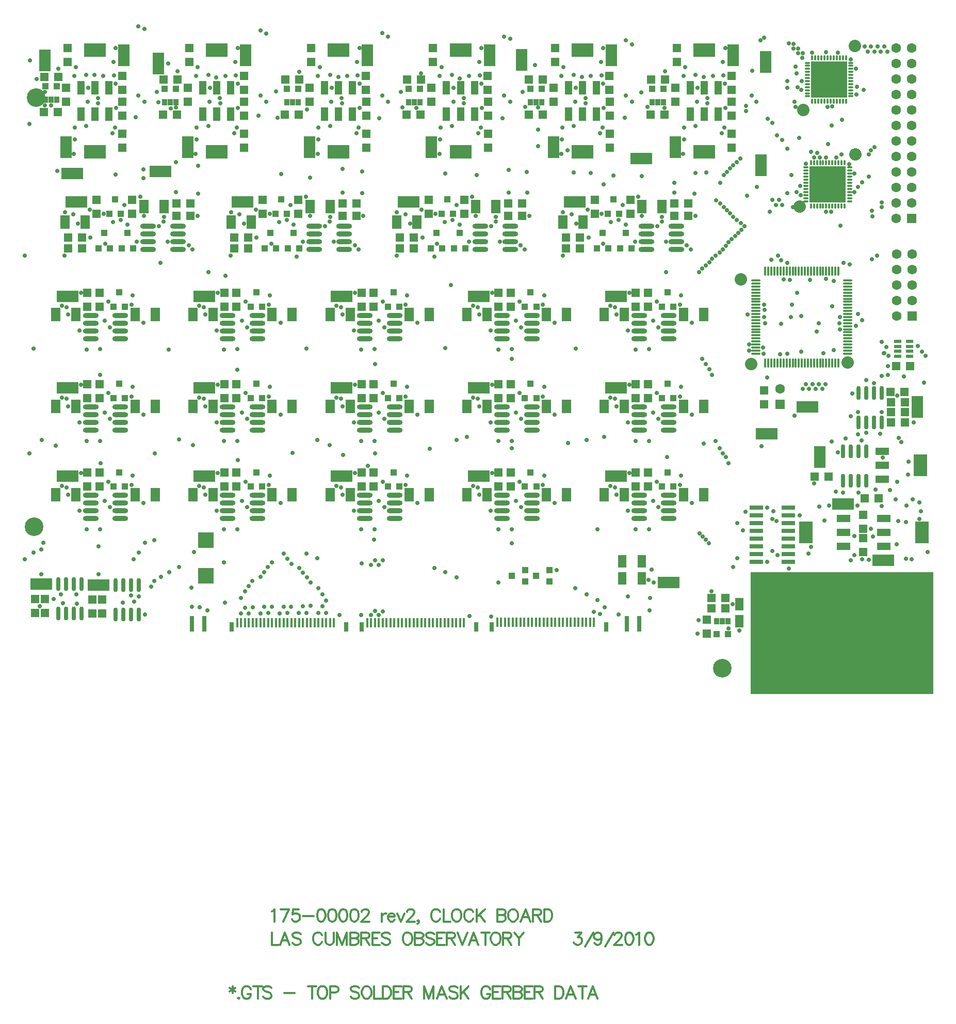
<source format=gts>
%FSLAX23Y23*%
%MOIN*%
G70*
G01*
G75*
G04 Layer_Color=8388736*
%ADD10R,0.050X0.050*%
%ADD11R,0.036X0.036*%
%ADD12R,0.028X0.036*%
%ADD13R,0.036X0.036*%
%ADD14R,0.087X0.024*%
%ADD15O,0.008X0.033*%
%ADD16O,0.033X0.008*%
%ADD17O,0.024X0.087*%
%ADD18R,0.135X0.070*%
%ADD19R,0.070X0.135*%
%ADD20R,0.045X0.017*%
%ADD21R,0.060X0.086*%
%ADD22R,0.035X0.037*%
%ADD23R,0.035X0.037*%
%ADD24R,0.050X0.050*%
%ADD25O,0.098X0.028*%
%ADD26R,0.138X0.085*%
%ADD27R,0.043X0.085*%
%ADD28R,0.043X0.085*%
%ADD29O,0.061X0.010*%
%ADD30O,0.010X0.061*%
%ADD31R,0.100X0.100*%
%ADD32R,0.048X0.078*%
%ADD33R,0.085X0.138*%
%ADD34R,0.085X0.043*%
%ADD35R,0.085X0.043*%
%ADD36R,0.030X0.100*%
%ADD37R,0.014X0.060*%
%ADD38R,0.031X0.060*%
%ADD39R,0.228X0.228*%
%ADD40C,0.040*%
%ADD41C,0.010*%
%ADD42C,0.005*%
%ADD43C,0.007*%
%ADD44C,0.020*%
%ADD45C,0.012*%
%ADD46R,1.181X0.787*%
%ADD47C,0.012*%
%ADD48C,0.012*%
%ADD49R,0.059X0.059*%
%ADD50C,0.059*%
%ADD51C,0.020*%
%ADD52C,0.026*%
%ADD53C,0.050*%
%ADD54C,0.236*%
%ADD55C,0.024*%
%ADD56C,0.040*%
%ADD57C,0.055*%
%ADD58C,0.030*%
%ADD59C,0.033*%
G04:AMPARAMS|DCode=60|XSize=70mil|YSize=70mil|CornerRadius=0mil|HoleSize=0mil|Usage=FLASHONLY|Rotation=0.000|XOffset=0mil|YOffset=0mil|HoleType=Round|Shape=Relief|Width=10mil|Gap=10mil|Entries=4|*
%AMTHD60*
7,0,0,0.070,0.050,0.010,45*
%
%ADD60THD60*%
G04:AMPARAMS|DCode=61|XSize=95.433mil|YSize=95.433mil|CornerRadius=0mil|HoleSize=0mil|Usage=FLASHONLY|Rotation=0.000|XOffset=0mil|YOffset=0mil|HoleType=Round|Shape=Relief|Width=10mil|Gap=10mil|Entries=4|*
%AMTHD61*
7,0,0,0.095,0.075,0.010,45*
%
%ADD61THD61*%
%ADD62C,0.045*%
%ADD63R,0.075X0.063*%
%ADD64R,0.094X0.102*%
%ADD65O,0.028X0.098*%
%ADD66R,0.078X0.048*%
%ADD67O,0.087X0.024*%
%ADD68R,1.181X0.787*%
%ADD69C,0.010*%
%ADD70C,0.008*%
%ADD71C,0.010*%
%ADD72C,0.008*%
%ADD73C,0.024*%
%ADD74C,0.006*%
%ADD75R,0.240X0.165*%
%ADD76R,1.181X0.787*%
%ADD77R,0.054X0.054*%
%ADD78R,0.040X0.040*%
%ADD79R,0.032X0.040*%
%ADD80R,0.040X0.040*%
%ADD81R,0.091X0.028*%
%ADD82O,0.012X0.037*%
%ADD83O,0.037X0.012*%
%ADD84O,0.028X0.091*%
%ADD85R,0.139X0.074*%
%ADD86R,0.074X0.139*%
%ADD87R,0.049X0.021*%
%ADD88R,0.064X0.090*%
%ADD89R,0.039X0.041*%
%ADD90R,0.039X0.041*%
%ADD91R,0.054X0.054*%
%ADD92O,0.102X0.032*%
%ADD93R,0.142X0.089*%
%ADD94R,0.047X0.089*%
%ADD95R,0.047X0.089*%
%ADD96O,0.065X0.014*%
%ADD97O,0.014X0.065*%
%ADD98R,0.104X0.104*%
%ADD99R,0.052X0.082*%
%ADD100R,0.089X0.142*%
%ADD101R,0.089X0.047*%
%ADD102R,0.089X0.047*%
%ADD103R,0.232X0.232*%
%ADD104C,0.120*%
%ADD105C,0.080*%
%ADD106R,0.063X0.063*%
%ADD107C,0.063*%
%ADD108C,0.030*%
%ADD109C,0.054*%
%ADD110C,0.240*%
%ADD111C,0.028*%
D36*
X25320Y15794D02*
D03*
X25241D02*
D03*
X22510Y15794D02*
D03*
X22431D02*
D03*
D37*
X22722Y15803D02*
D03*
X22747D02*
D03*
X22772D02*
D03*
X22797D02*
D03*
X22822D02*
D03*
X22847D02*
D03*
X22872D02*
D03*
X22897D02*
D03*
X22922D02*
D03*
X22947D02*
D03*
X22972D02*
D03*
X22997D02*
D03*
X23022D02*
D03*
X23047D02*
D03*
X23072D02*
D03*
X23097D02*
D03*
X23122D02*
D03*
X23147D02*
D03*
X23172D02*
D03*
X23197D02*
D03*
X23222D02*
D03*
X23247D02*
D03*
X23272D02*
D03*
X23297D02*
D03*
X23322D02*
D03*
X23347D02*
D03*
X23562D02*
D03*
X23587D02*
D03*
X23612D02*
D03*
X23637D02*
D03*
X23662D02*
D03*
X23687D02*
D03*
X23712D02*
D03*
X23737D02*
D03*
X23762D02*
D03*
X23787D02*
D03*
X23812D02*
D03*
X23837D02*
D03*
X23862D02*
D03*
X23887D02*
D03*
X23912D02*
D03*
X23937D02*
D03*
X23962D02*
D03*
X23987D02*
D03*
X24012D02*
D03*
X24037D02*
D03*
X24062D02*
D03*
X24087D02*
D03*
X24112D02*
D03*
X24137D02*
D03*
X24162D02*
D03*
X24187D02*
D03*
X24403Y15804D02*
D03*
X24428D02*
D03*
X24453D02*
D03*
X24478D02*
D03*
X24503D02*
D03*
X24528D02*
D03*
X24553D02*
D03*
X24578D02*
D03*
X24603D02*
D03*
X24628D02*
D03*
X24653D02*
D03*
X24678D02*
D03*
X24703D02*
D03*
X24728D02*
D03*
X24753D02*
D03*
X24778D02*
D03*
X24803D02*
D03*
X24828D02*
D03*
X24853D02*
D03*
X24878D02*
D03*
X24903D02*
D03*
X24928D02*
D03*
X24953D02*
D03*
X24978D02*
D03*
X25003D02*
D03*
X25028D02*
D03*
D38*
X25105Y15776D02*
D03*
X24365D02*
D03*
X24265D02*
D03*
X23525D02*
D03*
X23425D02*
D03*
X22685D02*
D03*
D45*
X22692Y13455D02*
Y13410D01*
X22673Y13444D02*
X22711Y13421D01*
Y13444D02*
X22673Y13421D01*
X22732Y13383D02*
X22728Y13379D01*
X22732Y13375D01*
X22735Y13379D01*
X22732Y13383D01*
X22810Y13436D02*
X22806Y13444D01*
X22799Y13452D01*
X22791Y13455D01*
X22776D01*
X22768Y13452D01*
X22760Y13444D01*
X22757Y13436D01*
X22753Y13425D01*
Y13406D01*
X22757Y13395D01*
X22760Y13387D01*
X22768Y13379D01*
X22776Y13375D01*
X22791D01*
X22799Y13379D01*
X22806Y13387D01*
X22810Y13395D01*
Y13406D01*
X22791D02*
X22810D01*
X22855Y13455D02*
Y13375D01*
X22828Y13455D02*
X22882D01*
X22944Y13444D02*
X22937Y13452D01*
X22925Y13455D01*
X22910D01*
X22899Y13452D01*
X22891Y13444D01*
Y13436D01*
X22895Y13429D01*
X22899Y13425D01*
X22906Y13421D01*
X22929Y13414D01*
X22937Y13410D01*
X22941Y13406D01*
X22944Y13398D01*
Y13387D01*
X22937Y13379D01*
X22925Y13375D01*
X22910D01*
X22899Y13379D01*
X22891Y13387D01*
X23025Y13410D02*
X23094D01*
X23207Y13455D02*
Y13375D01*
X23180Y13455D02*
X23234D01*
X23266D02*
X23258Y13452D01*
X23251Y13444D01*
X23247Y13436D01*
X23243Y13425D01*
Y13406D01*
X23247Y13395D01*
X23251Y13387D01*
X23258Y13379D01*
X23266Y13375D01*
X23281D01*
X23289Y13379D01*
X23296Y13387D01*
X23300Y13395D01*
X23304Y13406D01*
Y13425D01*
X23300Y13436D01*
X23296Y13444D01*
X23289Y13452D01*
X23281Y13455D01*
X23266D01*
X23323Y13414D02*
X23357D01*
X23368Y13417D01*
X23372Y13421D01*
X23376Y13429D01*
Y13440D01*
X23372Y13448D01*
X23368Y13452D01*
X23357Y13455D01*
X23323D01*
Y13375D01*
X23510Y13444D02*
X23502Y13452D01*
X23491Y13455D01*
X23476D01*
X23464Y13452D01*
X23457Y13444D01*
Y13436D01*
X23461Y13429D01*
X23464Y13425D01*
X23472Y13421D01*
X23495Y13414D01*
X23502Y13410D01*
X23506Y13406D01*
X23510Y13398D01*
Y13387D01*
X23502Y13379D01*
X23491Y13375D01*
X23476D01*
X23464Y13379D01*
X23457Y13387D01*
X23551Y13455D02*
X23543Y13452D01*
X23536Y13444D01*
X23532Y13436D01*
X23528Y13425D01*
Y13406D01*
X23532Y13395D01*
X23536Y13387D01*
X23543Y13379D01*
X23551Y13375D01*
X23566D01*
X23574Y13379D01*
X23581Y13387D01*
X23585Y13395D01*
X23589Y13406D01*
Y13425D01*
X23585Y13436D01*
X23581Y13444D01*
X23574Y13452D01*
X23566Y13455D01*
X23551D01*
X23608D02*
Y13375D01*
X23653D01*
X23662Y13455D02*
Y13375D01*
Y13455D02*
X23689D01*
X23700Y13452D01*
X23708Y13444D01*
X23712Y13436D01*
X23715Y13425D01*
Y13406D01*
X23712Y13395D01*
X23708Y13387D01*
X23700Y13379D01*
X23689Y13375D01*
X23662D01*
X23783Y13455D02*
X23733D01*
Y13375D01*
X23783D01*
X23733Y13417D02*
X23764D01*
X23796Y13455D02*
Y13375D01*
Y13455D02*
X23830D01*
X23842Y13452D01*
X23846Y13448D01*
X23849Y13440D01*
Y13433D01*
X23846Y13425D01*
X23842Y13421D01*
X23830Y13417D01*
X23796D01*
X23823D02*
X23849Y13375D01*
X23930Y13455D02*
Y13375D01*
Y13455D02*
X23961Y13375D01*
X23991Y13455D02*
X23961Y13375D01*
X23991Y13455D02*
Y13375D01*
X24075D02*
X24044Y13455D01*
X24014Y13375D01*
X24025Y13402D02*
X24063D01*
X24147Y13444D02*
X24139Y13452D01*
X24128Y13455D01*
X24113D01*
X24101Y13452D01*
X24094Y13444D01*
Y13436D01*
X24097Y13429D01*
X24101Y13425D01*
X24109Y13421D01*
X24132Y13414D01*
X24139Y13410D01*
X24143Y13406D01*
X24147Y13398D01*
Y13387D01*
X24139Y13379D01*
X24128Y13375D01*
X24113D01*
X24101Y13379D01*
X24094Y13387D01*
X24165Y13455D02*
Y13375D01*
X24218Y13455D02*
X24165Y13402D01*
X24184Y13421D02*
X24218Y13375D01*
X24356Y13436D02*
X24352Y13444D01*
X24345Y13452D01*
X24337Y13455D01*
X24322D01*
X24314Y13452D01*
X24306Y13444D01*
X24303Y13436D01*
X24299Y13425D01*
Y13406D01*
X24303Y13395D01*
X24306Y13387D01*
X24314Y13379D01*
X24322Y13375D01*
X24337D01*
X24345Y13379D01*
X24352Y13387D01*
X24356Y13395D01*
Y13406D01*
X24337D02*
X24356D01*
X24424Y13455D02*
X24374D01*
Y13375D01*
X24424D01*
X24374Y13417D02*
X24405D01*
X24437Y13455D02*
Y13375D01*
Y13455D02*
X24471D01*
X24483Y13452D01*
X24487Y13448D01*
X24490Y13440D01*
Y13433D01*
X24487Y13425D01*
X24483Y13421D01*
X24471Y13417D01*
X24437D01*
X24464D02*
X24490Y13375D01*
X24508Y13455D02*
Y13375D01*
Y13455D02*
X24543D01*
X24554Y13452D01*
X24558Y13448D01*
X24562Y13440D01*
Y13433D01*
X24558Y13425D01*
X24554Y13421D01*
X24543Y13417D01*
X24508D02*
X24543D01*
X24554Y13414D01*
X24558Y13410D01*
X24562Y13402D01*
Y13391D01*
X24558Y13383D01*
X24554Y13379D01*
X24543Y13375D01*
X24508D01*
X24629Y13455D02*
X24580D01*
Y13375D01*
X24629D01*
X24580Y13417D02*
X24610D01*
X24642Y13455D02*
Y13375D01*
Y13455D02*
X24677D01*
X24688Y13452D01*
X24692Y13448D01*
X24696Y13440D01*
Y13433D01*
X24692Y13425D01*
X24688Y13421D01*
X24677Y13417D01*
X24642D01*
X24669D02*
X24696Y13375D01*
X24776Y13455D02*
Y13375D01*
Y13455D02*
X24803D01*
X24815Y13452D01*
X24822Y13444D01*
X24826Y13436D01*
X24830Y13425D01*
Y13406D01*
X24826Y13395D01*
X24822Y13387D01*
X24815Y13379D01*
X24803Y13375D01*
X24776D01*
X24909D02*
X24878Y13455D01*
X24848Y13375D01*
X24859Y13402D02*
X24897D01*
X24954Y13455D02*
Y13375D01*
X24927Y13455D02*
X24981D01*
X25051Y13375D02*
X25021Y13455D01*
X24990Y13375D01*
X25002Y13402D02*
X25040D01*
D47*
X22945Y13803D02*
Y13723D01*
X22991D01*
X23061D02*
X23030Y13803D01*
X23000Y13723D01*
X23011Y13750D02*
X23049D01*
X23133Y13792D02*
X23125Y13799D01*
X23114Y13803D01*
X23098D01*
X23087Y13799D01*
X23079Y13792D01*
Y13784D01*
X23083Y13776D01*
X23087Y13773D01*
X23095Y13769D01*
X23117Y13761D01*
X23125Y13757D01*
X23129Y13754D01*
X23133Y13746D01*
Y13735D01*
X23125Y13727D01*
X23114Y13723D01*
X23098D01*
X23087Y13727D01*
X23079Y13735D01*
X23271Y13784D02*
X23267Y13792D01*
X23259Y13799D01*
X23252Y13803D01*
X23236D01*
X23229Y13799D01*
X23221Y13792D01*
X23217Y13784D01*
X23213Y13773D01*
Y13754D01*
X23217Y13742D01*
X23221Y13735D01*
X23229Y13727D01*
X23236Y13723D01*
X23252D01*
X23259Y13727D01*
X23267Y13735D01*
X23271Y13742D01*
X23293Y13803D02*
Y13746D01*
X23297Y13735D01*
X23304Y13727D01*
X23316Y13723D01*
X23324D01*
X23335Y13727D01*
X23343Y13735D01*
X23346Y13746D01*
Y13803D01*
X23368D02*
Y13723D01*
Y13803D02*
X23399Y13723D01*
X23429Y13803D02*
X23399Y13723D01*
X23429Y13803D02*
Y13723D01*
X23452Y13803D02*
Y13723D01*
Y13803D02*
X23487D01*
X23498Y13799D01*
X23502Y13795D01*
X23506Y13788D01*
Y13780D01*
X23502Y13773D01*
X23498Y13769D01*
X23487Y13765D01*
X23452D02*
X23487D01*
X23498Y13761D01*
X23502Y13757D01*
X23506Y13750D01*
Y13738D01*
X23502Y13731D01*
X23498Y13727D01*
X23487Y13723D01*
X23452D01*
X23523Y13803D02*
Y13723D01*
Y13803D02*
X23558D01*
X23569Y13799D01*
X23573Y13795D01*
X23577Y13788D01*
Y13780D01*
X23573Y13773D01*
X23569Y13769D01*
X23558Y13765D01*
X23523D01*
X23550D02*
X23577Y13723D01*
X23644Y13803D02*
X23595D01*
Y13723D01*
X23644D01*
X23595Y13765D02*
X23625D01*
X23711Y13792D02*
X23703Y13799D01*
X23692Y13803D01*
X23677D01*
X23665Y13799D01*
X23658Y13792D01*
Y13784D01*
X23661Y13776D01*
X23665Y13773D01*
X23673Y13769D01*
X23696Y13761D01*
X23703Y13757D01*
X23707Y13754D01*
X23711Y13746D01*
Y13735D01*
X23703Y13727D01*
X23692Y13723D01*
X23677D01*
X23665Y13727D01*
X23658Y13735D01*
X23814Y13803D02*
X23807Y13799D01*
X23799Y13792D01*
X23795Y13784D01*
X23792Y13773D01*
Y13754D01*
X23795Y13742D01*
X23799Y13735D01*
X23807Y13727D01*
X23814Y13723D01*
X23830D01*
X23837Y13727D01*
X23845Y13735D01*
X23849Y13742D01*
X23853Y13754D01*
Y13773D01*
X23849Y13784D01*
X23845Y13792D01*
X23837Y13799D01*
X23830Y13803D01*
X23814D01*
X23871D02*
Y13723D01*
Y13803D02*
X23905D01*
X23917Y13799D01*
X23921Y13795D01*
X23925Y13788D01*
Y13780D01*
X23921Y13773D01*
X23917Y13769D01*
X23905Y13765D01*
X23871D02*
X23905D01*
X23917Y13761D01*
X23921Y13757D01*
X23925Y13750D01*
Y13738D01*
X23921Y13731D01*
X23917Y13727D01*
X23905Y13723D01*
X23871D01*
X23996Y13792D02*
X23988Y13799D01*
X23977Y13803D01*
X23961D01*
X23950Y13799D01*
X23942Y13792D01*
Y13784D01*
X23946Y13776D01*
X23950Y13773D01*
X23958Y13769D01*
X23981Y13761D01*
X23988Y13757D01*
X23992Y13754D01*
X23996Y13746D01*
Y13735D01*
X23988Y13727D01*
X23977Y13723D01*
X23961D01*
X23950Y13727D01*
X23942Y13735D01*
X24063Y13803D02*
X24014D01*
Y13723D01*
X24063D01*
X24014Y13765D02*
X24044D01*
X24076Y13803D02*
Y13723D01*
Y13803D02*
X24111D01*
X24122Y13799D01*
X24126Y13795D01*
X24130Y13788D01*
Y13780D01*
X24126Y13773D01*
X24122Y13769D01*
X24111Y13765D01*
X24076D01*
X24103D02*
X24130Y13723D01*
X24148Y13803D02*
X24178Y13723D01*
X24209Y13803D02*
X24178Y13723D01*
X24280D02*
X24249Y13803D01*
X24219Y13723D01*
X24230Y13750D02*
X24268D01*
X24325Y13803D02*
Y13723D01*
X24299Y13803D02*
X24352D01*
X24384D02*
X24377Y13799D01*
X24369Y13792D01*
X24365Y13784D01*
X24361Y13773D01*
Y13754D01*
X24365Y13742D01*
X24369Y13735D01*
X24377Y13727D01*
X24384Y13723D01*
X24399D01*
X24407Y13727D01*
X24415Y13735D01*
X24419Y13742D01*
X24422Y13754D01*
Y13773D01*
X24419Y13784D01*
X24415Y13792D01*
X24407Y13799D01*
X24399Y13803D01*
X24384D01*
X24441D02*
Y13723D01*
Y13803D02*
X24475D01*
X24487Y13799D01*
X24490Y13795D01*
X24494Y13788D01*
Y13780D01*
X24490Y13773D01*
X24487Y13769D01*
X24475Y13765D01*
X24441D01*
X24468D02*
X24494Y13723D01*
X24512Y13803D02*
X24543Y13765D01*
Y13723D01*
X24573Y13803D02*
X24543Y13765D01*
X24905Y13803D02*
X24947D01*
X24924Y13773D01*
X24936D01*
X24943Y13769D01*
X24947Y13765D01*
X24951Y13754D01*
Y13746D01*
X24947Y13735D01*
X24940Y13727D01*
X24928Y13723D01*
X24917D01*
X24905Y13727D01*
X24901Y13731D01*
X24898Y13738D01*
X24969Y13712D02*
X25022Y13803D01*
X25077Y13776D02*
X25073Y13765D01*
X25066Y13757D01*
X25054Y13754D01*
X25050D01*
X25039Y13757D01*
X25031Y13765D01*
X25028Y13776D01*
Y13780D01*
X25031Y13792D01*
X25039Y13799D01*
X25050Y13803D01*
X25054D01*
X25066Y13799D01*
X25073Y13792D01*
X25077Y13776D01*
Y13757D01*
X25073Y13738D01*
X25066Y13727D01*
X25054Y13723D01*
X25047D01*
X25035Y13727D01*
X25031Y13735D01*
X25099Y13712D02*
X25152Y13803D01*
X25161Y13784D02*
Y13788D01*
X25165Y13795D01*
X25169Y13799D01*
X25176Y13803D01*
X25192D01*
X25199Y13799D01*
X25203Y13795D01*
X25207Y13788D01*
Y13780D01*
X25203Y13773D01*
X25195Y13761D01*
X25157Y13723D01*
X25211D01*
X25251Y13803D02*
X25240Y13799D01*
X25232Y13788D01*
X25229Y13769D01*
Y13757D01*
X25232Y13738D01*
X25240Y13727D01*
X25251Y13723D01*
X25259D01*
X25271Y13727D01*
X25278Y13738D01*
X25282Y13757D01*
Y13769D01*
X25278Y13788D01*
X25271Y13799D01*
X25259Y13803D01*
X25251D01*
X25300Y13788D02*
X25307Y13792D01*
X25319Y13803D01*
Y13723D01*
X25381Y13803D02*
X25370Y13799D01*
X25362Y13788D01*
X25358Y13769D01*
Y13757D01*
X25362Y13738D01*
X25370Y13727D01*
X25381Y13723D01*
X25389D01*
X25400Y13727D01*
X25408Y13738D01*
X25412Y13757D01*
Y13769D01*
X25408Y13788D01*
X25400Y13799D01*
X25389Y13803D01*
X25381D01*
D48*
X22945Y13938D02*
X22953Y13942D01*
X22964Y13953D01*
Y13873D01*
X23057Y13953D02*
X23019Y13873D01*
X23004Y13953D02*
X23057D01*
X23121D02*
X23083D01*
X23079Y13919D01*
X23083Y13923D01*
X23094Y13926D01*
X23106D01*
X23117Y13923D01*
X23125Y13915D01*
X23128Y13904D01*
Y13896D01*
X23125Y13885D01*
X23117Y13877D01*
X23106Y13873D01*
X23094D01*
X23083Y13877D01*
X23079Y13881D01*
X23075Y13888D01*
X23146Y13907D02*
X23215D01*
X23261Y13953D02*
X23250Y13949D01*
X23242Y13938D01*
X23239Y13919D01*
Y13907D01*
X23242Y13888D01*
X23250Y13877D01*
X23261Y13873D01*
X23269D01*
X23280Y13877D01*
X23288Y13888D01*
X23292Y13907D01*
Y13919D01*
X23288Y13938D01*
X23280Y13949D01*
X23269Y13953D01*
X23261D01*
X23333D02*
X23321Y13949D01*
X23314Y13938D01*
X23310Y13919D01*
Y13907D01*
X23314Y13888D01*
X23321Y13877D01*
X23333Y13873D01*
X23340D01*
X23352Y13877D01*
X23359Y13888D01*
X23363Y13907D01*
Y13919D01*
X23359Y13938D01*
X23352Y13949D01*
X23340Y13953D01*
X23333D01*
X23404D02*
X23392Y13949D01*
X23385Y13938D01*
X23381Y13919D01*
Y13907D01*
X23385Y13888D01*
X23392Y13877D01*
X23404Y13873D01*
X23411D01*
X23423Y13877D01*
X23431Y13888D01*
X23434Y13907D01*
Y13919D01*
X23431Y13938D01*
X23423Y13949D01*
X23411Y13953D01*
X23404D01*
X23475D02*
X23464Y13949D01*
X23456Y13938D01*
X23452Y13919D01*
Y13907D01*
X23456Y13888D01*
X23464Y13877D01*
X23475Y13873D01*
X23483D01*
X23494Y13877D01*
X23502Y13888D01*
X23506Y13907D01*
Y13919D01*
X23502Y13938D01*
X23494Y13949D01*
X23483Y13953D01*
X23475D01*
X23527Y13934D02*
Y13938D01*
X23531Y13945D01*
X23535Y13949D01*
X23543Y13953D01*
X23558D01*
X23565Y13949D01*
X23569Y13945D01*
X23573Y13938D01*
Y13930D01*
X23569Y13923D01*
X23562Y13911D01*
X23523Y13873D01*
X23577D01*
X23658Y13926D02*
Y13873D01*
Y13904D02*
X23661Y13915D01*
X23669Y13923D01*
X23677Y13926D01*
X23688D01*
X23695Y13904D02*
X23741D01*
Y13911D01*
X23737Y13919D01*
X23733Y13923D01*
X23726Y13926D01*
X23714D01*
X23707Y13923D01*
X23699Y13915D01*
X23695Y13904D01*
Y13896D01*
X23699Y13885D01*
X23707Y13877D01*
X23714Y13873D01*
X23726D01*
X23733Y13877D01*
X23741Y13885D01*
X23758Y13926D02*
X23781Y13873D01*
X23804Y13926D02*
X23781Y13873D01*
X23821Y13934D02*
Y13938D01*
X23824Y13945D01*
X23828Y13949D01*
X23836Y13953D01*
X23851D01*
X23859Y13949D01*
X23862Y13945D01*
X23866Y13938D01*
Y13930D01*
X23862Y13923D01*
X23855Y13911D01*
X23817Y13873D01*
X23870D01*
X23896Y13877D02*
X23892Y13873D01*
X23888Y13877D01*
X23892Y13881D01*
X23896Y13877D01*
Y13869D01*
X23892Y13862D01*
X23888Y13858D01*
X24033Y13934D02*
X24029Y13942D01*
X24022Y13949D01*
X24014Y13953D01*
X23999D01*
X23991Y13949D01*
X23984Y13942D01*
X23980Y13934D01*
X23976Y13923D01*
Y13904D01*
X23980Y13892D01*
X23984Y13885D01*
X23991Y13877D01*
X23999Y13873D01*
X24014D01*
X24022Y13877D01*
X24029Y13885D01*
X24033Y13892D01*
X24056Y13953D02*
Y13873D01*
X24101D01*
X24133Y13953D02*
X24125Y13949D01*
X24118Y13942D01*
X24114Y13934D01*
X24110Y13923D01*
Y13904D01*
X24114Y13892D01*
X24118Y13885D01*
X24125Y13877D01*
X24133Y13873D01*
X24148D01*
X24156Y13877D01*
X24163Y13885D01*
X24167Y13892D01*
X24171Y13904D01*
Y13923D01*
X24167Y13934D01*
X24163Y13942D01*
X24156Y13949D01*
X24148Y13953D01*
X24133D01*
X24247Y13934D02*
X24243Y13942D01*
X24235Y13949D01*
X24228Y13953D01*
X24212D01*
X24205Y13949D01*
X24197Y13942D01*
X24193Y13934D01*
X24190Y13923D01*
Y13904D01*
X24193Y13892D01*
X24197Y13885D01*
X24205Y13877D01*
X24212Y13873D01*
X24228D01*
X24235Y13877D01*
X24243Y13885D01*
X24247Y13892D01*
X24269Y13953D02*
Y13873D01*
X24323Y13953D02*
X24269Y13900D01*
X24288Y13919D02*
X24323Y13873D01*
X24403Y13953D02*
Y13873D01*
Y13953D02*
X24438D01*
X24449Y13949D01*
X24453Y13945D01*
X24457Y13938D01*
Y13930D01*
X24453Y13923D01*
X24449Y13919D01*
X24438Y13915D01*
X24403D02*
X24438D01*
X24449Y13911D01*
X24453Y13907D01*
X24457Y13900D01*
Y13888D01*
X24453Y13881D01*
X24449Y13877D01*
X24438Y13873D01*
X24403D01*
X24497Y13953D02*
X24490Y13949D01*
X24482Y13942D01*
X24478Y13934D01*
X24474Y13923D01*
Y13904D01*
X24478Y13892D01*
X24482Y13885D01*
X24490Y13877D01*
X24497Y13873D01*
X24513D01*
X24520Y13877D01*
X24528Y13885D01*
X24532Y13892D01*
X24535Y13904D01*
Y13923D01*
X24532Y13934D01*
X24528Y13942D01*
X24520Y13949D01*
X24513Y13953D01*
X24497D01*
X24615Y13873D02*
X24585Y13953D01*
X24554Y13873D01*
X24566Y13900D02*
X24604D01*
X24634Y13953D02*
Y13873D01*
Y13953D02*
X24668D01*
X24679Y13949D01*
X24683Y13945D01*
X24687Y13938D01*
Y13930D01*
X24683Y13923D01*
X24679Y13919D01*
X24668Y13915D01*
X24634D01*
X24660D02*
X24687Y13873D01*
X24705Y13953D02*
Y13873D01*
Y13953D02*
X24732D01*
X24743Y13949D01*
X24751Y13942D01*
X24754Y13934D01*
X24758Y13923D01*
Y13904D01*
X24754Y13892D01*
X24751Y13885D01*
X24743Y13877D01*
X24732Y13873D01*
X24705D01*
D52*
X26491Y18679D02*
D03*
X26443Y18631D02*
D03*
Y18537D02*
D03*
X26500Y19355D02*
D03*
X26452Y19308D02*
D03*
Y19214D02*
D03*
D55*
X25779Y18825D02*
D03*
X25740D02*
D03*
X25700D02*
D03*
Y18864D02*
D03*
X25740D02*
D03*
X25779D02*
D03*
X24913Y19514D02*
D03*
X24952D02*
D03*
X24992D02*
D03*
Y19475D02*
D03*
X24952D02*
D03*
X24913D02*
D03*
X24992Y18825D02*
D03*
X24952D02*
D03*
X24913D02*
D03*
Y18864D02*
D03*
X24952D02*
D03*
X24992D02*
D03*
X24125Y19514D02*
D03*
X24165D02*
D03*
X24204D02*
D03*
Y19475D02*
D03*
X24165D02*
D03*
X24125D02*
D03*
X24204Y18825D02*
D03*
X24165D02*
D03*
X24125D02*
D03*
Y18864D02*
D03*
X24165D02*
D03*
X24204D02*
D03*
X23338Y19514D02*
D03*
X23377D02*
D03*
X23417D02*
D03*
Y19475D02*
D03*
X23377D02*
D03*
X23338D02*
D03*
X23417Y18825D02*
D03*
X23377D02*
D03*
X23338D02*
D03*
Y18864D02*
D03*
X23377D02*
D03*
X23417D02*
D03*
X22551Y19514D02*
D03*
X22590D02*
D03*
X22629D02*
D03*
Y19475D02*
D03*
X22590D02*
D03*
X22551D02*
D03*
X22629Y18825D02*
D03*
X22590D02*
D03*
X22551D02*
D03*
Y18864D02*
D03*
X22590D02*
D03*
X22629D02*
D03*
X21763Y19514D02*
D03*
X21803D02*
D03*
X21842D02*
D03*
Y19475D02*
D03*
X21803D02*
D03*
X21763D02*
D03*
X21842Y18825D02*
D03*
X21803D02*
D03*
X21763D02*
D03*
Y18864D02*
D03*
X21803D02*
D03*
X21842D02*
D03*
X27161Y16424D02*
D03*
Y16384D02*
D03*
Y16345D02*
D03*
X27122D02*
D03*
Y16384D02*
D03*
Y16424D02*
D03*
X27151Y16857D02*
D03*
Y16817D02*
D03*
Y16778D02*
D03*
X27111D02*
D03*
Y16817D02*
D03*
Y16857D02*
D03*
X25700Y19475D02*
D03*
X25740D02*
D03*
X25779D02*
D03*
Y19514D02*
D03*
X25740D02*
D03*
X25700D02*
D03*
X26420Y16345D02*
D03*
Y16384D02*
D03*
Y16424D02*
D03*
X26381D02*
D03*
Y16384D02*
D03*
Y16345D02*
D03*
D76*
X26631Y15735D02*
D03*
D77*
X27032Y17290D02*
D03*
X26942D02*
D03*
X25396Y19308D02*
D03*
X25486D02*
D03*
X24608D02*
D03*
X24698D02*
D03*
X23821D02*
D03*
X23911D02*
D03*
X23034D02*
D03*
X23124D02*
D03*
X22246D02*
D03*
X22336D02*
D03*
X21478Y19325D02*
D03*
X21568D02*
D03*
X25786Y15895D02*
D03*
X25876D02*
D03*
X25786Y15960D02*
D03*
X25876D02*
D03*
X23492Y18508D02*
D03*
X23402D02*
D03*
X22702Y18218D02*
D03*
X22792D02*
D03*
X25393Y19080D02*
D03*
X25483D02*
D03*
X24937Y18218D02*
D03*
X24847D02*
D03*
X25547Y18508D02*
D03*
X25637D02*
D03*
X24847Y18288D02*
D03*
X24937D02*
D03*
X25637Y18428D02*
D03*
X25547D02*
D03*
X23864Y18218D02*
D03*
X23774D02*
D03*
X24474Y18508D02*
D03*
X24564D02*
D03*
X23774Y18288D02*
D03*
X23864D02*
D03*
X24564Y18428D02*
D03*
X24474D02*
D03*
X24695Y19080D02*
D03*
X24605D02*
D03*
X23908D02*
D03*
X23818D02*
D03*
X23121D02*
D03*
X23031D02*
D03*
X22333D02*
D03*
X22243D02*
D03*
X21563Y19099D02*
D03*
X21473D02*
D03*
X22702Y18288D02*
D03*
X22792D02*
D03*
X23492Y18428D02*
D03*
X23402D02*
D03*
X21719Y18218D02*
D03*
X21629D02*
D03*
X22329Y18508D02*
D03*
X22419D02*
D03*
X21629Y18288D02*
D03*
X21719D02*
D03*
X22419Y18428D02*
D03*
X22329D02*
D03*
X26980Y17457D02*
D03*
X27070D02*
D03*
X26945Y17225D02*
D03*
X27035D02*
D03*
X26945Y17160D02*
D03*
X27035D02*
D03*
X27035Y17095D02*
D03*
X26945D02*
D03*
X26865Y16604D02*
D03*
X26775D02*
D03*
X26453Y16746D02*
D03*
X26543D02*
D03*
D78*
X25478Y19248D02*
D03*
X25404D02*
D03*
X24690D02*
D03*
X24616D02*
D03*
X23903D02*
D03*
X23829D02*
D03*
X23116D02*
D03*
X23042D02*
D03*
X22328D02*
D03*
X22254D02*
D03*
X21557Y19265D02*
D03*
X21483D02*
D03*
X25819Y15727D02*
D03*
X25893D02*
D03*
D79*
X25441Y19162D02*
D03*
X25478D02*
D03*
X25404D02*
D03*
X24653D02*
D03*
X24690D02*
D03*
X24616D02*
D03*
X23866D02*
D03*
X23903D02*
D03*
X23829D02*
D03*
X23079D02*
D03*
X23116D02*
D03*
X23042D02*
D03*
X22291D02*
D03*
X22328D02*
D03*
X22254D02*
D03*
X21520Y19179D02*
D03*
X21557D02*
D03*
X21483D02*
D03*
X25856Y15813D02*
D03*
X25819D02*
D03*
X25893D02*
D03*
D80*
X24740Y16067D02*
D03*
X24654Y16104D02*
D03*
X24740Y16141D02*
D03*
X24584Y16067D02*
D03*
X24498Y16104D02*
D03*
X24584Y16141D02*
D03*
D81*
X26077Y16545D02*
D03*
Y16495D02*
D03*
Y16445D02*
D03*
Y16395D02*
D03*
Y16345D02*
D03*
Y16295D02*
D03*
Y16245D02*
D03*
Y16195D02*
D03*
X26282Y16545D02*
D03*
Y16495D02*
D03*
Y16445D02*
D03*
Y16395D02*
D03*
Y16345D02*
D03*
Y16295D02*
D03*
Y16245D02*
D03*
Y16195D02*
D03*
D82*
X26616Y19167D02*
D03*
X26429Y18491D02*
D03*
X26449D02*
D03*
X26469D02*
D03*
X26489D02*
D03*
X26508D02*
D03*
X26528D02*
D03*
X26548D02*
D03*
X26567D02*
D03*
X26587D02*
D03*
X26607D02*
D03*
X26626D02*
D03*
X26646D02*
D03*
Y18772D02*
D03*
X26626D02*
D03*
X26607D02*
D03*
X26587D02*
D03*
X26567D02*
D03*
X26548D02*
D03*
X26528D02*
D03*
X26508D02*
D03*
X26489D02*
D03*
X26469D02*
D03*
X26449D02*
D03*
X26429D02*
D03*
X26438Y19167D02*
D03*
X26458D02*
D03*
X26478D02*
D03*
X26498D02*
D03*
X26517D02*
D03*
X26537D02*
D03*
X26557D02*
D03*
X26576D02*
D03*
X26596D02*
D03*
X26635D02*
D03*
X26655D02*
D03*
Y19449D02*
D03*
X26635D02*
D03*
X26616D02*
D03*
X26596D02*
D03*
X26576D02*
D03*
X26557D02*
D03*
X26537D02*
D03*
X26517D02*
D03*
X26498D02*
D03*
X26478D02*
D03*
X26458D02*
D03*
X26438D02*
D03*
D83*
X26406Y19200D02*
D03*
X26397Y18740D02*
D03*
Y18720D02*
D03*
Y18700D02*
D03*
Y18680D02*
D03*
Y18661D02*
D03*
Y18641D02*
D03*
Y18621D02*
D03*
Y18602D02*
D03*
Y18582D02*
D03*
Y18562D02*
D03*
Y18543D02*
D03*
Y18523D02*
D03*
X26679D02*
D03*
Y18543D02*
D03*
Y18562D02*
D03*
Y18582D02*
D03*
Y18602D02*
D03*
Y18621D02*
D03*
Y18641D02*
D03*
Y18661D02*
D03*
Y18680D02*
D03*
Y18700D02*
D03*
Y18720D02*
D03*
Y18740D02*
D03*
X26406Y19416D02*
D03*
Y19397D02*
D03*
Y19377D02*
D03*
Y19357D02*
D03*
Y19338D02*
D03*
Y19318D02*
D03*
Y19298D02*
D03*
Y19278D02*
D03*
Y19259D02*
D03*
Y19239D02*
D03*
Y19219D02*
D03*
X26688Y19200D02*
D03*
Y19219D02*
D03*
Y19239D02*
D03*
Y19259D02*
D03*
Y19278D02*
D03*
Y19298D02*
D03*
Y19318D02*
D03*
Y19338D02*
D03*
Y19357D02*
D03*
Y19377D02*
D03*
Y19397D02*
D03*
Y19416D02*
D03*
D84*
X21715Y16050D02*
D03*
X21665D02*
D03*
X21615D02*
D03*
X21565D02*
D03*
X21715Y15861D02*
D03*
X21665D02*
D03*
X21615D02*
D03*
X21565D02*
D03*
X26788Y16907D02*
D03*
X26738D02*
D03*
X26688D02*
D03*
X26638D02*
D03*
X26788Y16718D02*
D03*
X26738D02*
D03*
X26688D02*
D03*
X26638D02*
D03*
X26885Y17284D02*
D03*
X26835D02*
D03*
X26785D02*
D03*
X26735D02*
D03*
X26885Y17095D02*
D03*
X26835D02*
D03*
X26785D02*
D03*
X26735D02*
D03*
X22085Y16045D02*
D03*
X22035D02*
D03*
X21985D02*
D03*
X21935D02*
D03*
X22085Y15856D02*
D03*
X22035D02*
D03*
X21985D02*
D03*
X21935D02*
D03*
D85*
X22228Y18716D02*
D03*
X25510Y16062D02*
D03*
X26407Y17196D02*
D03*
X26142Y17021D02*
D03*
X25333Y18798D02*
D03*
X21655Y18703D02*
D03*
X25169Y17908D02*
D03*
X22511D02*
D03*
X21825Y16045D02*
D03*
X21455Y16050D02*
D03*
X26898Y16204D02*
D03*
X26638Y16569D02*
D03*
X21684Y18518D02*
D03*
X22757D02*
D03*
X21626Y17908D02*
D03*
X23397D02*
D03*
X24283D02*
D03*
X23829Y18518D02*
D03*
X24902D02*
D03*
X21626Y17317D02*
D03*
X24283D02*
D03*
X25169D02*
D03*
X21626Y16747D02*
D03*
X22511D02*
D03*
X25169D02*
D03*
X22511Y17317D02*
D03*
X23397Y17317D02*
D03*
Y16747D02*
D03*
X24283D02*
D03*
D86*
X21480Y19433D02*
D03*
X26137Y19422D02*
D03*
X24559Y19434D02*
D03*
X22212Y19411D02*
D03*
X26105Y18755D02*
D03*
X26488Y16873D02*
D03*
X27115Y17195D02*
D03*
X21616Y18873D02*
D03*
X22403D02*
D03*
X23190D02*
D03*
X23978D02*
D03*
X24765D02*
D03*
X25553D02*
D03*
X25927Y19465D02*
D03*
X25139D02*
D03*
X23564D02*
D03*
X21990D02*
D03*
X22777D02*
D03*
X24352D02*
D03*
D87*
X26989Y17617D02*
D03*
Y17586D02*
D03*
Y17554D02*
D03*
Y17523D02*
D03*
X27066D02*
D03*
Y17554D02*
D03*
Y17586D02*
D03*
Y17617D02*
D03*
D88*
X22682Y18388D02*
D03*
X22812D02*
D03*
X23192Y18488D02*
D03*
X23322D02*
D03*
X25224Y17790D02*
D03*
X25094D02*
D03*
X25606D02*
D03*
X25736D02*
D03*
X22567D02*
D03*
X22437D02*
D03*
X22948D02*
D03*
X23078D02*
D03*
X25467Y18488D02*
D03*
X25337D02*
D03*
X24957Y18388D02*
D03*
X24827D02*
D03*
X24394Y18488D02*
D03*
X24264D02*
D03*
X23884Y18388D02*
D03*
X23754D02*
D03*
X24338Y17790D02*
D03*
X24208D02*
D03*
X24720D02*
D03*
X24850D02*
D03*
X23452D02*
D03*
X23322D02*
D03*
X23834D02*
D03*
X23964D02*
D03*
X21681D02*
D03*
X21551D02*
D03*
X22063D02*
D03*
X22193D02*
D03*
X22249Y18488D02*
D03*
X22119D02*
D03*
X21739Y18388D02*
D03*
X21609D02*
D03*
X22193Y17199D02*
D03*
X22063D02*
D03*
X21551D02*
D03*
X21681D02*
D03*
X24850D02*
D03*
X24720D02*
D03*
X24208D02*
D03*
X24338D02*
D03*
X25736D02*
D03*
X25606D02*
D03*
X25094D02*
D03*
X25224D02*
D03*
X22193Y16628D02*
D03*
X22063D02*
D03*
X21551D02*
D03*
X21681D02*
D03*
X23078D02*
D03*
X22948D02*
D03*
X22437D02*
D03*
X22567D02*
D03*
X25736Y16628D02*
D03*
X25606D02*
D03*
X25094D02*
D03*
X25224D02*
D03*
X23078Y17199D02*
D03*
X22948D02*
D03*
X22437D02*
D03*
X22567D02*
D03*
X23964Y17199D02*
D03*
X23834D02*
D03*
X23322D02*
D03*
X23452D02*
D03*
X23964Y16628D02*
D03*
X23834D02*
D03*
X23322D02*
D03*
X23452D02*
D03*
X24850D02*
D03*
X24720D02*
D03*
X24208D02*
D03*
X24338D02*
D03*
D89*
X25504Y17935D02*
D03*
X25466Y17842D02*
D03*
X22846Y17935D02*
D03*
X22809Y17842D02*
D03*
X25152Y18534D02*
D03*
X25115Y18442D02*
D03*
X25045Y18219D02*
D03*
X25082Y18317D02*
D03*
X25195Y18219D02*
D03*
X25232Y18317D02*
D03*
X24079Y18534D02*
D03*
X24042Y18442D02*
D03*
X23972Y18219D02*
D03*
X24009Y18317D02*
D03*
X24122Y18219D02*
D03*
X24159Y18317D02*
D03*
X24618Y17935D02*
D03*
X24580Y17842D02*
D03*
X23732Y17935D02*
D03*
X23695Y17842D02*
D03*
X21960Y17935D02*
D03*
X21923Y17842D02*
D03*
X23007Y18534D02*
D03*
X22969Y18442D02*
D03*
X22899Y18219D02*
D03*
X22937Y18317D02*
D03*
X23049Y18219D02*
D03*
X23087Y18317D02*
D03*
X21934Y18534D02*
D03*
X21896Y18442D02*
D03*
X21826Y18219D02*
D03*
X21864Y18317D02*
D03*
X21976Y18219D02*
D03*
X22014Y18317D02*
D03*
X21923Y17252D02*
D03*
X21960Y17344D02*
D03*
X24580Y17252D02*
D03*
X24618Y17344D02*
D03*
X25466Y17252D02*
D03*
X25504Y17344D02*
D03*
X21923Y16681D02*
D03*
X21960Y16773D02*
D03*
X22809Y16681D02*
D03*
X22846Y16773D02*
D03*
X25466Y16681D02*
D03*
X25504Y16773D02*
D03*
X22809Y17252D02*
D03*
X22846Y17344D02*
D03*
X23695Y17252D02*
D03*
X23732Y17344D02*
D03*
X23695Y16681D02*
D03*
X23732Y16773D02*
D03*
X24580Y16681D02*
D03*
X24618Y16773D02*
D03*
D90*
X25541Y17842D02*
D03*
X22884D02*
D03*
X25190Y18442D02*
D03*
X25120Y18219D02*
D03*
X25270D02*
D03*
X24117Y18442D02*
D03*
X24047Y18219D02*
D03*
X24197D02*
D03*
X24655Y17842D02*
D03*
X23769D02*
D03*
X21998D02*
D03*
X23044Y18442D02*
D03*
X22974Y18219D02*
D03*
X23124D02*
D03*
X21971Y18442D02*
D03*
X21901Y18219D02*
D03*
X22051D02*
D03*
X21998Y17252D02*
D03*
X24655D02*
D03*
X25541D02*
D03*
X21998Y16681D02*
D03*
X22884D02*
D03*
X25541D02*
D03*
X22884Y17252D02*
D03*
X23769Y17252D02*
D03*
X23769Y16681D02*
D03*
X24655D02*
D03*
D91*
X25297Y17843D02*
D03*
Y17933D02*
D03*
X25376Y17843D02*
D03*
Y17933D02*
D03*
X22639Y17843D02*
D03*
Y17933D02*
D03*
X22718Y17843D02*
D03*
Y17933D02*
D03*
X25917Y18869D02*
D03*
Y18959D02*
D03*
X25032Y18443D02*
D03*
Y18533D02*
D03*
X25262Y18443D02*
D03*
Y18533D02*
D03*
X23959Y18443D02*
D03*
Y18533D02*
D03*
X24189Y18443D02*
D03*
Y18533D02*
D03*
X24411Y17843D02*
D03*
Y17933D02*
D03*
X24490Y17843D02*
D03*
Y17933D02*
D03*
X23525Y17843D02*
D03*
Y17933D02*
D03*
X23604Y17843D02*
D03*
Y17933D02*
D03*
X25562Y19510D02*
D03*
Y19420D02*
D03*
X25553Y19164D02*
D03*
Y19254D02*
D03*
X25916Y19330D02*
D03*
Y19240D02*
D03*
X25917Y19075D02*
D03*
Y19165D02*
D03*
X24775Y19510D02*
D03*
Y19420D02*
D03*
X24765Y19164D02*
D03*
Y19254D02*
D03*
X25128Y19330D02*
D03*
Y19240D02*
D03*
X25129Y19075D02*
D03*
Y19165D02*
D03*
Y18959D02*
D03*
Y18869D02*
D03*
X23988Y19510D02*
D03*
Y19420D02*
D03*
X23978Y19164D02*
D03*
Y19254D02*
D03*
X24341Y19330D02*
D03*
Y19240D02*
D03*
X24342Y19075D02*
D03*
Y19165D02*
D03*
Y18959D02*
D03*
Y18869D02*
D03*
X23200Y19510D02*
D03*
Y19420D02*
D03*
X23190Y19164D02*
D03*
Y19254D02*
D03*
X23554Y19330D02*
D03*
Y19240D02*
D03*
X23555Y19075D02*
D03*
Y19165D02*
D03*
Y18959D02*
D03*
Y18869D02*
D03*
X22413Y19510D02*
D03*
Y19420D02*
D03*
X22403Y19164D02*
D03*
Y19254D02*
D03*
X22766Y19330D02*
D03*
Y19240D02*
D03*
X22767Y19075D02*
D03*
Y19165D02*
D03*
Y18959D02*
D03*
Y18869D02*
D03*
X21625Y19510D02*
D03*
Y19420D02*
D03*
X21616Y19164D02*
D03*
Y19254D02*
D03*
X21979Y19330D02*
D03*
Y19240D02*
D03*
X21980Y19075D02*
D03*
Y19165D02*
D03*
Y18959D02*
D03*
Y18869D02*
D03*
X21754Y17843D02*
D03*
Y17933D02*
D03*
X21832Y17843D02*
D03*
Y17933D02*
D03*
X22887Y18443D02*
D03*
Y18533D02*
D03*
X23117Y18443D02*
D03*
Y18533D02*
D03*
X21814Y18443D02*
D03*
Y18533D02*
D03*
X22044Y18443D02*
D03*
Y18533D02*
D03*
X26127Y17212D02*
D03*
Y17302D02*
D03*
X25756Y15820D02*
D03*
Y15730D02*
D03*
X26768Y16349D02*
D03*
Y16259D02*
D03*
Y16499D02*
D03*
Y16409D02*
D03*
X21850Y15860D02*
D03*
Y15950D02*
D03*
X21785Y15950D02*
D03*
Y15860D02*
D03*
X21480Y15865D02*
D03*
Y15955D02*
D03*
X21415D02*
D03*
Y15865D02*
D03*
X21832Y17343D02*
D03*
Y17253D02*
D03*
X21754Y17343D02*
D03*
Y17253D02*
D03*
X24490Y17343D02*
D03*
Y17253D02*
D03*
X24411Y17343D02*
D03*
Y17253D02*
D03*
X25376Y17343D02*
D03*
Y17253D02*
D03*
X25297Y17343D02*
D03*
Y17253D02*
D03*
X21832Y16772D02*
D03*
Y16682D02*
D03*
X21754Y16772D02*
D03*
Y16682D02*
D03*
X22718Y16772D02*
D03*
Y16682D02*
D03*
X22639Y16772D02*
D03*
Y16682D02*
D03*
X25376Y16772D02*
D03*
Y16682D02*
D03*
X25297Y16772D02*
D03*
Y16682D02*
D03*
X22718Y17343D02*
D03*
Y17253D02*
D03*
X22639Y17343D02*
D03*
Y17253D02*
D03*
X23604Y17343D02*
D03*
Y17253D02*
D03*
X23525Y17343D02*
D03*
Y17253D02*
D03*
X23604Y16772D02*
D03*
Y16682D02*
D03*
X23525Y16772D02*
D03*
Y16682D02*
D03*
X24490Y16772D02*
D03*
Y16682D02*
D03*
X24411Y16772D02*
D03*
Y16682D02*
D03*
D92*
X25511Y17636D02*
D03*
Y17686D02*
D03*
Y17736D02*
D03*
Y17786D02*
D03*
X25319Y17636D02*
D03*
Y17686D02*
D03*
Y17736D02*
D03*
Y17786D02*
D03*
X22854Y17636D02*
D03*
Y17686D02*
D03*
Y17736D02*
D03*
Y17786D02*
D03*
X22661Y17636D02*
D03*
Y17686D02*
D03*
Y17736D02*
D03*
Y17786D02*
D03*
X25559Y18213D02*
D03*
Y18263D02*
D03*
Y18313D02*
D03*
Y18363D02*
D03*
X25366Y18213D02*
D03*
Y18263D02*
D03*
Y18313D02*
D03*
Y18363D02*
D03*
X24486Y18213D02*
D03*
Y18263D02*
D03*
Y18313D02*
D03*
Y18363D02*
D03*
X24293Y18213D02*
D03*
Y18263D02*
D03*
Y18313D02*
D03*
Y18363D02*
D03*
X24626Y17636D02*
D03*
Y17686D02*
D03*
Y17736D02*
D03*
Y17786D02*
D03*
X24433Y17636D02*
D03*
Y17686D02*
D03*
Y17736D02*
D03*
Y17786D02*
D03*
X23740Y17636D02*
D03*
Y17686D02*
D03*
Y17736D02*
D03*
Y17786D02*
D03*
X23547Y17636D02*
D03*
Y17686D02*
D03*
Y17736D02*
D03*
Y17786D02*
D03*
X21968Y17636D02*
D03*
Y17686D02*
D03*
Y17736D02*
D03*
Y17786D02*
D03*
X21775Y17636D02*
D03*
Y17686D02*
D03*
Y17736D02*
D03*
Y17786D02*
D03*
X23413Y18213D02*
D03*
Y18263D02*
D03*
Y18313D02*
D03*
Y18363D02*
D03*
X23220Y18213D02*
D03*
Y18263D02*
D03*
Y18313D02*
D03*
Y18363D02*
D03*
X22340Y18213D02*
D03*
Y18263D02*
D03*
Y18313D02*
D03*
Y18363D02*
D03*
X22147Y18213D02*
D03*
Y18263D02*
D03*
Y18313D02*
D03*
Y18363D02*
D03*
X21775Y17196D02*
D03*
Y17146D02*
D03*
Y17096D02*
D03*
Y17046D02*
D03*
X21968Y17196D02*
D03*
Y17146D02*
D03*
Y17096D02*
D03*
Y17046D02*
D03*
X24433Y17196D02*
D03*
Y17146D02*
D03*
Y17096D02*
D03*
Y17046D02*
D03*
X24626Y17196D02*
D03*
Y17146D02*
D03*
Y17096D02*
D03*
Y17046D02*
D03*
X25319Y17196D02*
D03*
Y17146D02*
D03*
Y17096D02*
D03*
Y17046D02*
D03*
X25511Y17196D02*
D03*
Y17146D02*
D03*
Y17096D02*
D03*
Y17046D02*
D03*
X21775Y16625D02*
D03*
Y16575D02*
D03*
Y16525D02*
D03*
Y16475D02*
D03*
X21968Y16625D02*
D03*
Y16575D02*
D03*
Y16525D02*
D03*
Y16475D02*
D03*
X22661Y16625D02*
D03*
Y16575D02*
D03*
Y16525D02*
D03*
Y16475D02*
D03*
X22854Y16625D02*
D03*
Y16575D02*
D03*
Y16525D02*
D03*
Y16475D02*
D03*
X25319Y16625D02*
D03*
Y16575D02*
D03*
Y16525D02*
D03*
Y16475D02*
D03*
X25511Y16625D02*
D03*
Y16575D02*
D03*
Y16525D02*
D03*
Y16475D02*
D03*
X22661Y17196D02*
D03*
Y17146D02*
D03*
Y17096D02*
D03*
Y17046D02*
D03*
X22854Y17196D02*
D03*
Y17146D02*
D03*
Y17096D02*
D03*
Y17046D02*
D03*
X23547Y17196D02*
D03*
Y17146D02*
D03*
Y17096D02*
D03*
Y17046D02*
D03*
X23740Y17196D02*
D03*
Y17146D02*
D03*
Y17096D02*
D03*
Y17046D02*
D03*
X23547Y16625D02*
D03*
Y16575D02*
D03*
Y16525D02*
D03*
Y16475D02*
D03*
X23740Y16625D02*
D03*
Y16575D02*
D03*
Y16525D02*
D03*
Y16475D02*
D03*
X24433Y16625D02*
D03*
Y16575D02*
D03*
Y16525D02*
D03*
Y16475D02*
D03*
X24626Y16625D02*
D03*
Y16575D02*
D03*
Y16525D02*
D03*
Y16475D02*
D03*
D93*
X25740Y18841D02*
D03*
X24952Y19498D02*
D03*
Y18841D02*
D03*
X24165Y19498D02*
D03*
Y18841D02*
D03*
X23377Y19498D02*
D03*
Y18841D02*
D03*
X22590Y19498D02*
D03*
Y18841D02*
D03*
X21803Y19498D02*
D03*
Y18841D02*
D03*
X25740Y19498D02*
D03*
D94*
X25649Y19085D02*
D03*
X25830D02*
D03*
X25043Y19254D02*
D03*
X24862D02*
D03*
Y19085D02*
D03*
X25043D02*
D03*
X24255Y19254D02*
D03*
X24074D02*
D03*
Y19085D02*
D03*
X24255D02*
D03*
X23468Y19254D02*
D03*
X23287D02*
D03*
Y19085D02*
D03*
X23468D02*
D03*
X22681Y19254D02*
D03*
X22499D02*
D03*
Y19085D02*
D03*
X22681D02*
D03*
X21893Y19254D02*
D03*
X21712D02*
D03*
Y19085D02*
D03*
X21893D02*
D03*
X25649Y19254D02*
D03*
X25830D02*
D03*
D95*
X25740Y19085D02*
D03*
X24952Y19254D02*
D03*
Y19085D02*
D03*
X24165Y19254D02*
D03*
Y19085D02*
D03*
X23377Y19254D02*
D03*
Y19085D02*
D03*
X22590Y19254D02*
D03*
Y19085D02*
D03*
X21803Y19254D02*
D03*
Y19085D02*
D03*
X25740Y19254D02*
D03*
D96*
X26074Y18011D02*
D03*
Y17992D02*
D03*
Y17972D02*
D03*
Y17952D02*
D03*
Y17933D02*
D03*
Y17913D02*
D03*
Y17893D02*
D03*
Y17874D02*
D03*
Y17854D02*
D03*
Y17834D02*
D03*
Y17815D02*
D03*
Y17795D02*
D03*
Y17775D02*
D03*
Y17755D02*
D03*
Y17736D02*
D03*
Y17716D02*
D03*
Y17696D02*
D03*
Y17677D02*
D03*
Y17657D02*
D03*
Y17637D02*
D03*
Y17618D02*
D03*
Y17598D02*
D03*
Y17578D02*
D03*
Y17559D02*
D03*
Y17539D02*
D03*
X26667D02*
D03*
Y17559D02*
D03*
Y17578D02*
D03*
Y17598D02*
D03*
Y17618D02*
D03*
Y17637D02*
D03*
Y17657D02*
D03*
Y17677D02*
D03*
Y17696D02*
D03*
Y17716D02*
D03*
Y17736D02*
D03*
Y17755D02*
D03*
Y17775D02*
D03*
Y17795D02*
D03*
Y17815D02*
D03*
Y17834D02*
D03*
Y17854D02*
D03*
Y17874D02*
D03*
Y17893D02*
D03*
Y17913D02*
D03*
Y17933D02*
D03*
Y17952D02*
D03*
Y17972D02*
D03*
Y17992D02*
D03*
Y18011D02*
D03*
D97*
X26134Y17479D02*
D03*
X26154D02*
D03*
X26174D02*
D03*
X26194D02*
D03*
X26213D02*
D03*
X26233D02*
D03*
X26253D02*
D03*
X26272D02*
D03*
X26292D02*
D03*
X26312D02*
D03*
X26331D02*
D03*
X26351D02*
D03*
X26371D02*
D03*
X26390D02*
D03*
X26410D02*
D03*
X26430D02*
D03*
X26449D02*
D03*
X26469D02*
D03*
X26489D02*
D03*
X26508D02*
D03*
X26528D02*
D03*
X26548D02*
D03*
X26568D02*
D03*
X26587D02*
D03*
X26607D02*
D03*
Y18071D02*
D03*
X26587D02*
D03*
X26568D02*
D03*
X26548D02*
D03*
X26528D02*
D03*
X26508D02*
D03*
X26489D02*
D03*
X26469D02*
D03*
X26449D02*
D03*
X26430D02*
D03*
X26410D02*
D03*
X26390D02*
D03*
X26371D02*
D03*
X26351D02*
D03*
X26331D02*
D03*
X26312D02*
D03*
X26292D02*
D03*
X26272D02*
D03*
X26253D02*
D03*
X26233D02*
D03*
X26213D02*
D03*
X26194D02*
D03*
X26174D02*
D03*
X26154D02*
D03*
X26134D02*
D03*
D98*
X22521Y16106D02*
D03*
Y16336D02*
D03*
D99*
X25209Y16199D02*
D03*
Y16089D02*
D03*
X25337Y16199D02*
D03*
Y16089D02*
D03*
X25966Y15810D02*
D03*
Y15920D02*
D03*
D100*
X27146Y16384D02*
D03*
X27135Y16817D02*
D03*
X26396Y16384D02*
D03*
D101*
X26901Y16294D02*
D03*
Y16475D02*
D03*
X26891Y16727D02*
D03*
Y16908D02*
D03*
X26641Y16294D02*
D03*
Y16475D02*
D03*
D102*
X26901Y16384D02*
D03*
X26891Y16817D02*
D03*
X26641Y16384D02*
D03*
D103*
X26538Y18631D02*
D03*
X26547Y19308D02*
D03*
D104*
X21423Y19190D02*
D03*
X21409Y16420D02*
D03*
X25857Y15508D02*
D03*
D105*
X26668Y17483D02*
D03*
X26043Y17471D02*
D03*
X25975Y18017D02*
D03*
X26715Y18825D02*
D03*
X26358Y18487D02*
D03*
X26713Y19524D02*
D03*
X26381Y19110D02*
D03*
D106*
X26229Y17210D02*
D03*
X27081Y18410D02*
D03*
X27084Y17782D02*
D03*
D107*
X26229Y17310D02*
D03*
X26981Y18410D02*
D03*
X27081Y18510D02*
D03*
X26981D02*
D03*
X27081Y18610D02*
D03*
X26981D02*
D03*
X27081Y18710D02*
D03*
X26981D02*
D03*
X27081Y18810D02*
D03*
X26981D02*
D03*
X27081Y18910D02*
D03*
X26981D02*
D03*
X27081Y19010D02*
D03*
X26981D02*
D03*
X27081Y19110D02*
D03*
X26981D02*
D03*
X27081Y19210D02*
D03*
X26981D02*
D03*
X27081Y19310D02*
D03*
X26981D02*
D03*
X27081Y19410D02*
D03*
X26981D02*
D03*
X27081Y19510D02*
D03*
X26981D02*
D03*
X26984Y18182D02*
D03*
X27084D02*
D03*
X26984Y18082D02*
D03*
X27084D02*
D03*
X26984Y17982D02*
D03*
X27084D02*
D03*
X26984Y17882D02*
D03*
X27084D02*
D03*
X26984Y17782D02*
D03*
D108*
X26443Y18726D02*
D03*
X26491D02*
D03*
X26538D02*
D03*
X26585D02*
D03*
X26632D02*
D03*
X26443Y18679D02*
D03*
X26538D02*
D03*
X26585D02*
D03*
X26632D02*
D03*
X26491Y18631D02*
D03*
X26538D02*
D03*
X26585D02*
D03*
X26632D02*
D03*
X26443Y18584D02*
D03*
X26491D02*
D03*
X26538D02*
D03*
X26585D02*
D03*
X26632D02*
D03*
Y18537D02*
D03*
X26585D02*
D03*
X26538D02*
D03*
X26491D02*
D03*
X26452Y19402D02*
D03*
X26500D02*
D03*
X26547D02*
D03*
X26594D02*
D03*
X26641D02*
D03*
X26452Y19355D02*
D03*
X26547D02*
D03*
X26594D02*
D03*
X26641D02*
D03*
X26500Y19308D02*
D03*
X26547D02*
D03*
X26594D02*
D03*
X26641D02*
D03*
X26452Y19261D02*
D03*
X26500D02*
D03*
X26547D02*
D03*
X26594D02*
D03*
X26641D02*
D03*
Y19214D02*
D03*
X26594D02*
D03*
X26547D02*
D03*
X26500D02*
D03*
D109*
X26159Y16049D02*
D03*
X26316D02*
D03*
X26474D02*
D03*
X26631D02*
D03*
X26789D02*
D03*
X26946D02*
D03*
X27104D02*
D03*
X26159Y15892D02*
D03*
X26316D02*
D03*
X26474D02*
D03*
X26631D02*
D03*
X26789D02*
D03*
X26946D02*
D03*
X27104D02*
D03*
X26474Y15735D02*
D03*
X26631D02*
D03*
X26789D02*
D03*
X26159Y15577D02*
D03*
X26316D02*
D03*
X26474D02*
D03*
X26631D02*
D03*
X26789D02*
D03*
X26946D02*
D03*
X27104D02*
D03*
Y15420D02*
D03*
X26946D02*
D03*
X26789D02*
D03*
X26631D02*
D03*
X26474D02*
D03*
X26316D02*
D03*
X26159D02*
D03*
D110*
X26238Y15735D02*
D03*
X27025D02*
D03*
D111*
X25991Y16397D02*
D03*
X24787Y16143D02*
D03*
X26886Y17396D02*
D03*
X27030Y17392D02*
D03*
X26986Y17268D02*
D03*
X26886Y17162D02*
D03*
X27160Y17350D02*
D03*
X26785Y17369D02*
D03*
X26697Y17283D02*
D03*
X26733Y17162D02*
D03*
X24667Y19127D02*
D03*
X24583Y19130D02*
D03*
X24566Y19228D02*
D03*
X23880Y19125D02*
D03*
X23791Y19129D02*
D03*
X23911Y19349D02*
D03*
X23781Y19228D02*
D03*
X23122Y19358D02*
D03*
X23172Y19116D02*
D03*
X22983Y19060D02*
D03*
X22974Y19231D02*
D03*
X23508Y18997D02*
D03*
X23501Y19335D02*
D03*
X23255Y19388D02*
D03*
X23639Y19058D02*
D03*
X23244Y19333D02*
D03*
X23331Y19165D02*
D03*
X23514Y19124D02*
D03*
X23322Y19009D02*
D03*
X23334Y19254D02*
D03*
X23432Y19330D02*
D03*
X23512Y19283D02*
D03*
X23492Y18962D02*
D03*
X23322Y19337D02*
D03*
X23246Y18920D02*
D03*
X23242Y18828D02*
D03*
X23513Y19510D02*
D03*
X23497Y19420D02*
D03*
X23398Y19189D02*
D03*
X23399Y19154D02*
D03*
X23377Y19324D02*
D03*
X26345Y19478D02*
D03*
X23698Y19166D02*
D03*
Y19584D02*
D03*
X26818Y19521D02*
D03*
X23408Y16886D02*
D03*
X25500Y16872D02*
D03*
X23659Y19205D02*
D03*
Y19607D02*
D03*
X26839Y19487D02*
D03*
X22460Y18997D02*
D03*
X22214Y19162D02*
D03*
X22292Y19122D02*
D03*
X22328Y19128D02*
D03*
X22336Y19361D02*
D03*
X22203Y19228D02*
D03*
X22721Y18997D02*
D03*
X22714Y19335D02*
D03*
X22468Y19388D02*
D03*
X22861Y19074D02*
D03*
X22456Y19333D02*
D03*
X22544Y19165D02*
D03*
X22727Y19124D02*
D03*
X22535Y19009D02*
D03*
X22547Y19254D02*
D03*
X22645Y19330D02*
D03*
X22725Y19283D02*
D03*
X22704Y18962D02*
D03*
X22535Y19337D02*
D03*
X22459Y18920D02*
D03*
X22454Y18828D02*
D03*
X22726Y19510D02*
D03*
X22710Y19420D02*
D03*
X22611Y19189D02*
D03*
X22612Y19154D02*
D03*
X22586Y19321D02*
D03*
X21481Y19143D02*
D03*
X21521Y19141D02*
D03*
X21568Y19378D02*
D03*
X21479Y19229D02*
D03*
X25295Y16405D02*
D03*
X25382Y16406D02*
D03*
X25591Y16753D02*
D03*
X25134Y16686D02*
D03*
X25410Y16588D02*
D03*
X25247Y16525D02*
D03*
X25444Y16547D02*
D03*
X25164Y16676D02*
D03*
X25659Y16575D02*
D03*
D03*
X25174Y16628D02*
D03*
X25256Y16768D02*
D03*
X25582Y16692D02*
D03*
X25434Y16713D02*
D03*
X24409Y16405D02*
D03*
X24496Y16406D02*
D03*
X24705Y16753D02*
D03*
X24248Y16686D02*
D03*
X24524Y16588D02*
D03*
X24361Y16525D02*
D03*
X24558Y16547D02*
D03*
X24278Y16676D02*
D03*
X24773Y16575D02*
D03*
D03*
X24288Y16628D02*
D03*
X24370Y16768D02*
D03*
X24697Y16692D02*
D03*
X24548Y16713D02*
D03*
X23523Y16405D02*
D03*
X23610Y16406D02*
D03*
X23820Y16753D02*
D03*
X23362Y16686D02*
D03*
X23638Y16588D02*
D03*
X23475Y16525D02*
D03*
X23672Y16547D02*
D03*
X23392Y16676D02*
D03*
X23887Y16575D02*
D03*
D03*
X23402Y16628D02*
D03*
X23484Y16768D02*
D03*
X23811Y16692D02*
D03*
X23662Y16713D02*
D03*
X22637Y16405D02*
D03*
X22724Y16406D02*
D03*
X22934Y16753D02*
D03*
X22476Y16686D02*
D03*
X22753Y16588D02*
D03*
X22589Y16525D02*
D03*
X22786Y16547D02*
D03*
X22507Y16676D02*
D03*
X23002Y16575D02*
D03*
D03*
X22516Y16628D02*
D03*
X22598Y16768D02*
D03*
X22925Y16692D02*
D03*
X22776Y16713D02*
D03*
X25295Y16975D02*
D03*
X25382Y16976D02*
D03*
X25591Y17324D02*
D03*
X25134Y17256D02*
D03*
X25410Y17159D02*
D03*
X25247Y17096D02*
D03*
X25444Y17118D02*
D03*
X25164Y17247D02*
D03*
X25659Y17146D02*
D03*
D03*
X25174Y17199D02*
D03*
X25256Y17339D02*
D03*
X25582Y17263D02*
D03*
X25434Y17284D02*
D03*
X24409Y16975D02*
D03*
X24496Y16976D02*
D03*
X24705Y17324D02*
D03*
X24248Y17256D02*
D03*
X24524Y17159D02*
D03*
X24361Y17096D02*
D03*
X24558Y17118D02*
D03*
X24278Y17247D02*
D03*
X24773Y17146D02*
D03*
D03*
X24288Y17199D02*
D03*
X24370Y17339D02*
D03*
X24697Y17263D02*
D03*
X24548Y17284D02*
D03*
X23523Y16975D02*
D03*
X23610Y16976D02*
D03*
X23820Y17324D02*
D03*
X23362Y17256D02*
D03*
X23638Y17159D02*
D03*
X23475Y17096D02*
D03*
X23672Y17118D02*
D03*
X23392Y17247D02*
D03*
X23887Y17146D02*
D03*
D03*
X23402Y17199D02*
D03*
X23484Y17339D02*
D03*
X23811Y17263D02*
D03*
X23662Y17284D02*
D03*
X22637Y16975D02*
D03*
X22724Y16976D02*
D03*
X22934Y17324D02*
D03*
X22476Y17256D02*
D03*
X22753Y17159D02*
D03*
X22589Y17096D02*
D03*
X22786Y17118D02*
D03*
X22507Y17247D02*
D03*
X23002Y17146D02*
D03*
D03*
X22516Y17199D02*
D03*
X22598Y17339D02*
D03*
X22925Y17263D02*
D03*
X22776Y17284D02*
D03*
X21751Y16975D02*
D03*
X21838Y16976D02*
D03*
X22048Y17324D02*
D03*
X21590Y17256D02*
D03*
X21867Y17159D02*
D03*
X21703Y17096D02*
D03*
X21900Y17118D02*
D03*
X21621Y17247D02*
D03*
X22116Y17146D02*
D03*
D03*
X21631Y17199D02*
D03*
X21712Y17339D02*
D03*
X22039Y17263D02*
D03*
X21890Y17284D02*
D03*
X25295Y17566D02*
D03*
X25382Y17567D02*
D03*
X25591Y17915D02*
D03*
X25134Y17847D02*
D03*
X25410Y17750D02*
D03*
X25247Y17687D02*
D03*
X25444Y17708D02*
D03*
X25164Y17837D02*
D03*
X25659Y17737D02*
D03*
D03*
X25174Y17790D02*
D03*
X25256Y17930D02*
D03*
X25582Y17854D02*
D03*
X25434Y17875D02*
D03*
X24409Y17566D02*
D03*
X24496Y17567D02*
D03*
X24705Y17915D02*
D03*
X24248Y17847D02*
D03*
X24524Y17750D02*
D03*
X24361Y17687D02*
D03*
X24558Y17708D02*
D03*
X24278Y17837D02*
D03*
X24773Y17737D02*
D03*
D03*
X24288Y17790D02*
D03*
X24370Y17930D02*
D03*
X24697Y17854D02*
D03*
X24548Y17875D02*
D03*
X23523Y17566D02*
D03*
X23610Y17567D02*
D03*
X23820Y17915D02*
D03*
X23362Y17847D02*
D03*
X23638Y17750D02*
D03*
X23475Y17687D02*
D03*
X23672Y17708D02*
D03*
X23392Y17837D02*
D03*
X23887Y17737D02*
D03*
D03*
X23402Y17790D02*
D03*
X23484Y17930D02*
D03*
X23811Y17854D02*
D03*
X23662Y17875D02*
D03*
X22637Y17566D02*
D03*
X22724Y17567D02*
D03*
X22934Y17915D02*
D03*
X22476Y17847D02*
D03*
X22753Y17750D02*
D03*
X22589Y17687D02*
D03*
X22786Y17708D02*
D03*
X22507Y17837D02*
D03*
X23002Y17737D02*
D03*
D03*
X22516Y17790D02*
D03*
X22598Y17930D02*
D03*
X22925Y17854D02*
D03*
X22776Y17875D02*
D03*
X21751Y17566D02*
D03*
X21838Y17567D02*
D03*
X22048Y17915D02*
D03*
X21590Y17847D02*
D03*
X21867Y17750D02*
D03*
X21703Y17687D02*
D03*
X21900Y17708D02*
D03*
X21621Y17837D02*
D03*
X22116Y17737D02*
D03*
D03*
X21631Y17790D02*
D03*
X21712Y17930D02*
D03*
X22039Y17854D02*
D03*
X21890Y17875D02*
D03*
X25381Y16079D02*
D03*
X26009Y19139D02*
D03*
X25228Y19062D02*
D03*
Y19063D02*
D03*
X24437Y19058D02*
D03*
X22068Y19064D02*
D03*
X25413Y16062D02*
D03*
X21560Y18719D02*
D03*
X22117Y18728D02*
D03*
X21383Y19433D02*
D03*
X22277Y19412D02*
D03*
X24647Y19400D02*
D03*
X26049Y19365D02*
D03*
X26111Y16940D02*
D03*
X26324Y17138D02*
D03*
X25065Y15858D02*
D03*
X24364Y15842D02*
D03*
X24224Y15846D02*
D03*
X23524Y15850D02*
D03*
X23384Y15851D02*
D03*
X26927Y17401D02*
D03*
Y17458D02*
D03*
X26146Y17384D02*
D03*
Y16545D02*
D03*
X21598Y15927D02*
D03*
X26011Y19104D02*
D03*
X26163Y18455D02*
D03*
X26079Y18616D02*
D03*
Y18615D02*
D03*
X25091Y18630D02*
D03*
X25246Y15970D02*
D03*
X25735Y19325D02*
D03*
X24949Y19324D02*
D03*
X21801Y19338D02*
D03*
X24159Y19314D02*
D03*
X25923Y15920D02*
D03*
X22425Y16027D02*
D03*
X26709Y18583D02*
D03*
X26680Y18116D02*
D03*
X22644Y15930D02*
D03*
X22481Y15903D02*
D03*
X22442Y16257D02*
D03*
X22431Y15906D02*
D03*
X26603Y16902D02*
D03*
X26939Y16659D02*
D03*
X27044Y16453D02*
D03*
X26235Y18143D02*
D03*
D03*
X26824Y18148D02*
D03*
D03*
X26215Y18171D02*
D03*
X26858D02*
D03*
X26761Y17756D02*
D03*
X26732Y17795D02*
D03*
X26761Y18644D02*
D03*
X26732Y18615D02*
D03*
X27121Y17589D02*
D03*
X27084Y17882D02*
D03*
X27145Y17550D02*
D03*
X27169Y17526D02*
D03*
X26915Y17583D02*
D03*
X26122Y17539D02*
D03*
X26887Y17615D02*
D03*
X26901Y17542D02*
D03*
X26902D02*
D03*
X26930Y17524D02*
D03*
X26121Y17578D02*
D03*
X26029Y17558D02*
D03*
X26030Y17598D02*
D03*
X25980Y18339D02*
D03*
X26000Y18360D02*
D03*
X26132Y17735D02*
D03*
X26018Y18559D02*
D03*
X26019Y17792D02*
D03*
X26007Y16517D02*
D03*
X25959Y18318D02*
D03*
X25906Y18444D02*
D03*
X25886Y18465D02*
D03*
X25927Y18423D02*
D03*
X25975Y18381D02*
D03*
X25918Y18277D02*
D03*
X25898Y18257D02*
D03*
X25861Y18213D02*
D03*
X25879Y18235D02*
D03*
X25812Y18171D02*
D03*
X25939Y18297D02*
D03*
X25949Y18402D02*
D03*
X25865Y18486D02*
D03*
X26376Y17310D02*
D03*
X26397Y17342D02*
D03*
X26418Y17310D02*
D03*
X26439Y17342D02*
D03*
X26460Y17310D02*
D03*
X26481Y17342D02*
D03*
X26502Y17310D02*
D03*
X26523Y17342D02*
D03*
X25770Y16314D02*
D03*
X25750Y16338D02*
D03*
X25730Y16359D02*
D03*
X25709Y16378D02*
D03*
X25812Y16975D02*
D03*
X25839Y16927D02*
D03*
X25861Y16895D02*
D03*
X25880Y16870D02*
D03*
X25897Y16833D02*
D03*
X25791Y17400D02*
D03*
X25772Y17437D02*
D03*
X25750Y17472D02*
D03*
X25728Y17504D02*
D03*
X25974Y18797D02*
D03*
X25950Y18776D02*
D03*
X25928Y18755D02*
D03*
X25905Y18734D02*
D03*
X25886Y18713D02*
D03*
X25865Y18692D02*
D03*
X25844Y18641D02*
D03*
X25818Y18528D02*
D03*
X25844Y18507D02*
D03*
X25839Y18192D02*
D03*
X25791Y18150D02*
D03*
X25772Y18129D02*
D03*
X25750Y18108D02*
D03*
X25728Y18087D02*
D03*
X25706Y18066D02*
D03*
X24858Y18850D02*
D03*
X24667Y18878D02*
D03*
Y18984D02*
D03*
X25273Y19536D02*
D03*
X25234Y19562D02*
D03*
X24486Y19573D02*
D03*
X24448Y19585D02*
D03*
X22911Y19604D02*
D03*
X22872Y19625D02*
D03*
X25234Y19204D02*
D03*
X25273Y19165D02*
D03*
X24447Y19204D02*
D03*
X24486Y19165D02*
D03*
X22872Y19205D02*
D03*
X22911Y19166D02*
D03*
X22123Y19636D02*
D03*
X22083Y19651D02*
D03*
X22084Y19205D02*
D03*
X22123Y19166D02*
D03*
X26528Y18023D02*
D03*
X26422Y18016D02*
D03*
X26630Y19049D02*
D03*
X26536Y19133D02*
D03*
X26322Y19165D02*
D03*
X26371Y19299D02*
D03*
X26619Y18364D02*
D03*
X26527Y18455D02*
D03*
X26314Y18485D02*
D03*
X26361Y18621D02*
D03*
X26145Y16545D02*
D03*
X26148Y16195D02*
D03*
X26181Y16264D02*
D03*
X26180Y16470D02*
D03*
X21446Y15908D02*
D03*
X21535Y15955D02*
D03*
X22035Y15977D02*
D03*
X21984Y15930D02*
D03*
X22125Y15856D02*
D03*
X27044Y16216D02*
D03*
X26893Y16869D02*
D03*
X27058Y16757D02*
D03*
X27013Y16967D02*
D03*
X26758Y16977D02*
D03*
X26988Y16712D02*
D03*
X26848Y16662D02*
D03*
X26484Y16553D02*
D03*
X26815Y16409D02*
D03*
X26729Y16558D02*
D03*
X26759Y16213D02*
D03*
X27044Y16216D02*
D03*
X26984Y16308D02*
D03*
X27079Y16213D02*
D03*
X27129Y16473D02*
D03*
X26709Y16238D02*
D03*
X26829Y16358D02*
D03*
X26429Y16293D02*
D03*
X26804Y16208D02*
D03*
X26709Y16363D02*
D03*
X26994Y16458D02*
D03*
X26877Y17023D02*
D03*
X26787Y17028D02*
D03*
X26837Y17348D02*
D03*
X26732Y17018D02*
D03*
X25966Y15750D02*
D03*
X26575Y18008D02*
D03*
X26614Y17735D02*
D03*
X26131Y17821D02*
D03*
X26366Y17782D02*
D03*
X26292Y18016D02*
D03*
X26252Y18017D02*
D03*
X26341Y17930D02*
D03*
X26568Y17845D02*
D03*
X26617Y17775D02*
D03*
X26480Y17734D02*
D03*
X26468Y17681D02*
D03*
X26617Y17696D02*
D03*
X26277Y17537D02*
D03*
X26577Y17560D02*
D03*
X26509Y17541D02*
D03*
X26366Y17551D02*
D03*
X26236Y17730D02*
D03*
X26301Y17775D02*
D03*
X26306Y17855D02*
D03*
X26126D02*
D03*
Y17775D02*
D03*
X24979Y15986D02*
D03*
X25786Y16005D02*
D03*
X25096Y15900D02*
D03*
X25026Y15870D02*
D03*
X25051Y15948D02*
D03*
X25391Y15960D02*
D03*
X25186Y15855D02*
D03*
X25386Y15880D02*
D03*
X22531D02*
D03*
X22346Y16160D02*
D03*
X22284Y16129D02*
D03*
X23272Y15907D02*
D03*
X23071Y15905D02*
D03*
X22946D02*
D03*
X23022Y15906D02*
D03*
X22896Y15904D02*
D03*
X22822Y15900D02*
D03*
X22772Y15898D02*
D03*
X22748Y15861D02*
D03*
X22798Y15863D02*
D03*
X22997Y15861D02*
D03*
X22922Y15864D02*
D03*
X23046Y15865D02*
D03*
X23121D02*
D03*
X25051Y16405D02*
D03*
X24981Y16980D02*
D03*
X24911Y17570D02*
D03*
X24141Y16980D02*
D03*
X24066Y17575D02*
D03*
X23996Y18165D02*
D03*
X23241Y16980D02*
D03*
X23171Y17570D02*
D03*
X23106Y18165D02*
D03*
X22346Y16985D02*
D03*
X22281Y17565D02*
D03*
X21751Y16405D02*
D03*
X21461Y16980D02*
D03*
X21406Y17570D02*
D03*
X21351Y18170D02*
D03*
X21606D02*
D03*
X21609Y18453D02*
D03*
X22409Y18238D02*
D03*
X21859Y18443D02*
D03*
X21869Y18248D02*
D03*
X22014Y18373D02*
D03*
X22249Y18423D02*
D03*
X21919Y18388D02*
D03*
X21694Y18378D02*
D03*
X21774Y18288D02*
D03*
X21664Y18438D02*
D03*
X21769Y18468D02*
D03*
X22119Y18428D02*
D03*
X21969Y18403D02*
D03*
X22074Y18263D02*
D03*
X22274D02*
D03*
X21994Y18498D02*
D03*
X22048Y16753D02*
D03*
X21590Y16686D02*
D03*
X21900Y16547D02*
D03*
X21703Y16525D02*
D03*
X21867Y16588D02*
D03*
X21621Y16676D02*
D03*
X22116Y16575D02*
D03*
D03*
X21631Y16628D02*
D03*
X22039Y16692D02*
D03*
X21712Y16768D02*
D03*
X21890Y16713D02*
D03*
X23247Y18997D02*
D03*
X21759Y19254D02*
D03*
X21858Y19330D02*
D03*
X21940Y19124D02*
D03*
X21747Y19009D02*
D03*
X21669Y19333D02*
D03*
X21756Y19165D02*
D03*
X21681Y19388D02*
D03*
X21927Y19335D02*
D03*
X21673Y18997D02*
D03*
X21933D02*
D03*
X21823Y19189D02*
D03*
X21824Y19154D02*
D03*
X21938Y19510D02*
D03*
X21922Y19420D02*
D03*
X21672Y18920D02*
D03*
X21667Y18828D02*
D03*
X21747Y19337D02*
D03*
X21917Y18962D02*
D03*
X21937Y19283D02*
D03*
X22460Y18997D02*
D03*
X24121Y19254D02*
D03*
X24220Y19330D02*
D03*
X24302Y19124D02*
D03*
X24110Y19009D02*
D03*
X24031Y19333D02*
D03*
X24119Y19165D02*
D03*
X24043Y19388D02*
D03*
X24289Y19335D02*
D03*
X24035Y18997D02*
D03*
X24296D02*
D03*
X24185Y19189D02*
D03*
X24186Y19154D02*
D03*
X24301Y19510D02*
D03*
X24285Y19420D02*
D03*
X24034Y18920D02*
D03*
X24029Y18828D02*
D03*
X24110Y19337D02*
D03*
X24279Y18962D02*
D03*
X24300Y19283D02*
D03*
X24909Y19254D02*
D03*
X25089Y19124D02*
D03*
X24818Y19333D02*
D03*
X24906Y19165D02*
D03*
X24830Y19388D02*
D03*
X25076Y19335D02*
D03*
X24822Y18997D02*
D03*
X25083D02*
D03*
X24973Y19189D02*
D03*
X24974Y19154D02*
D03*
X25088Y19510D02*
D03*
X25072Y19420D02*
D03*
X24821Y18920D02*
D03*
X24816Y18828D02*
D03*
X24897Y19337D02*
D03*
X25066Y18962D02*
D03*
X25087Y19283D02*
D03*
X25696Y19254D02*
D03*
X25795Y19330D02*
D03*
X25877Y19124D02*
D03*
X25684Y19009D02*
D03*
X25606Y19333D02*
D03*
X25693Y19165D02*
D03*
X25618Y19388D02*
D03*
X25864Y19335D02*
D03*
X25610Y18997D02*
D03*
X25870D02*
D03*
X25760Y19189D02*
D03*
X25761Y19154D02*
D03*
X25875Y19510D02*
D03*
X25859Y19420D02*
D03*
X25609Y18920D02*
D03*
X25604Y18828D02*
D03*
X25684Y19337D02*
D03*
X25854Y18962D02*
D03*
X25874Y19283D02*
D03*
X22636Y16192D02*
D03*
X24906Y16026D02*
D03*
X24411Y16063D02*
D03*
X23146Y15909D02*
D03*
X23246Y15865D02*
D03*
X23171D02*
D03*
X23196Y15910D02*
D03*
X23296Y15865D02*
D03*
X24140Y16094D02*
D03*
X24066Y16127D02*
D03*
X23997Y16155D02*
D03*
X22896Y16129D02*
D03*
X23022Y16247D02*
D03*
X23047Y16216D02*
D03*
X23072Y16183D02*
D03*
X23146Y16126D02*
D03*
X23173Y16094D02*
D03*
X23198Y16062D02*
D03*
X23246Y16024D02*
D03*
X23272Y15907D02*
D03*
X23272Y15986D02*
D03*
X23170Y16249D02*
D03*
X23240Y16217D02*
D03*
X23526Y16185D02*
D03*
X23296Y15944D02*
D03*
X22748Y15962D02*
D03*
X22773Y16005D02*
D03*
X22821Y16070D02*
D03*
X22798Y16037D02*
D03*
X22921Y16160D02*
D03*
X22946Y16192D02*
D03*
X21836Y17400D02*
D03*
X22724Y17436D02*
D03*
X23612Y17472D02*
D03*
X24496Y17504D02*
D03*
X21839Y16833D02*
D03*
X22725Y16853D02*
D03*
X23612Y16896D02*
D03*
X24497Y16927D02*
D03*
X21838Y16406D02*
D03*
X23608Y16338D02*
D03*
X24496Y16314D02*
D03*
X22095Y18551D02*
D03*
X22328Y18580D02*
D03*
Y18774D02*
D03*
X22469Y18571D02*
D03*
Y18753D02*
D03*
X23402Y18579D02*
D03*
Y18733D02*
D03*
X23530Y18576D02*
D03*
X23529Y18716D02*
D03*
X24477Y18724D02*
D03*
X24593Y18712D02*
D03*
X25547Y18641D02*
D03*
X21379Y19020D02*
D03*
X21380Y16895D02*
D03*
X24861Y16961D02*
D03*
X23079Y16899D02*
D03*
X22191Y16895D02*
D03*
X25736Y16958D02*
D03*
X21428Y19313D02*
D03*
X21549Y16945D02*
D03*
X22435Y16949D02*
D03*
X23321D02*
D03*
X22647Y18041D02*
D03*
X22535Y18065D02*
D03*
X25494Y18066D02*
D03*
X23965Y16924D02*
D03*
X23566Y16814D02*
D03*
X24103Y17980D02*
D03*
X25682Y18704D02*
D03*
X25152Y18689D02*
D03*
X24065Y18701D02*
D03*
X25754Y18708D02*
D03*
X25338Y18685D02*
D03*
X24269Y18691D02*
D03*
X26776Y19521D02*
D03*
X26860D02*
D03*
X26902D02*
D03*
X26797Y19487D02*
D03*
X26881D02*
D03*
X26923D02*
D03*
X26438Y19481D02*
D03*
X26527Y19484D02*
D03*
X26603Y19483D02*
D03*
X26687Y19437D02*
D03*
X26721Y19378D02*
D03*
X26725Y19260D02*
D03*
X26567Y19135D02*
D03*
X26449Y18804D02*
D03*
X26488D02*
D03*
X26528Y18805D02*
D03*
X26594D02*
D03*
X26678Y18762D02*
D03*
X26709Y18701D02*
D03*
X26559Y18455D02*
D03*
X26396Y18765D02*
D03*
X26375Y19479D02*
D03*
X26346Y19508D02*
D03*
X26315Y19508D02*
D03*
X26316Y19538D02*
D03*
X26373Y19447D02*
D03*
X26285Y19540D02*
D03*
X26329Y19390D02*
D03*
X26181Y19028D02*
D03*
X26151Y19055D02*
D03*
X26243Y18919D02*
D03*
X26209Y18949D02*
D03*
X26127Y19579D02*
D03*
X26337Y19349D02*
D03*
X26275Y19254D02*
D03*
X26562Y19010D02*
D03*
X26539Y18893D02*
D03*
X26353Y18933D02*
D03*
X26275Y18861D02*
D03*
X26048Y19204D02*
D03*
X26102Y19560D02*
D03*
X26075Y19165D02*
D03*
X26244Y18497D02*
D03*
X26223Y18530D02*
D03*
X26202Y18497D02*
D03*
X26181Y18531D02*
D03*
X26367Y19240D02*
D03*
X26362Y18562D02*
D03*
X26330Y19131D02*
D03*
X26275Y18574D02*
D03*
X26723Y19212D02*
D03*
X26771Y19240D02*
D03*
X27094Y17096D02*
D03*
X26231Y17535D02*
D03*
X26563Y16972D02*
D03*
X26545Y16557D02*
D03*
X21686Y15924D02*
D03*
X21684Y15984D02*
D03*
X21583Y15985D02*
D03*
X25702Y15817D02*
D03*
X25697Y15733D02*
D03*
X25896Y15765D02*
D03*
X21826Y16115D02*
D03*
X23122Y16154D02*
D03*
X21826Y16295D02*
D03*
X21456Y16115D02*
D03*
X26686Y16205D02*
D03*
Y17135D02*
D03*
X21456Y16275D02*
D03*
X22186Y16070D02*
D03*
Y16335D02*
D03*
X22166Y16036D02*
D03*
X22126Y16317D02*
D03*
X22087Y15970D02*
D03*
Y16255D02*
D03*
X21406Y16256D02*
D03*
X22056Y15938D02*
D03*
X22054Y16212D02*
D03*
X21351D02*
D03*
X23587Y15853D02*
D03*
X23612Y15877D02*
D03*
X23637Y15851D02*
D03*
X23662Y15876D02*
D03*
Y16206D02*
D03*
X23637Y16176D02*
D03*
X23612Y16206D02*
D03*
X23587Y16176D02*
D03*
X25926Y16161D02*
D03*
X26287Y16153D02*
D03*
X26208Y16457D02*
D03*
X25952Y16219D02*
D03*
X25954Y16445D02*
D03*
X26212Y16239D02*
D03*
X26413Y16249D02*
D03*
X27182Y16257D02*
D03*
X26358Y16496D02*
D03*
X26517Y16460D02*
D03*
X26187Y16520D02*
D03*
X27140Y16523D02*
D03*
X26984Y16308D02*
D03*
X26975Y16598D02*
D03*
X27086Y16597D02*
D03*
X27130Y16577D02*
D03*
X27045Y16558D02*
D03*
X26998Y16996D02*
D03*
X27061Y16841D02*
D03*
X26826Y18426D02*
D03*
X26822Y18460D02*
D03*
X26886Y18486D02*
D03*
X26885Y18516D02*
D03*
X26839Y18872D02*
D03*
X26430Y18841D02*
D03*
X26816Y18850D02*
D03*
X26471Y18835D02*
D03*
X26802Y18824D02*
D03*
X26625Y18825D02*
D03*
X26803Y18680D02*
D03*
X26738Y16642D02*
D03*
X26638D02*
D03*
X26653Y16992D02*
D03*
X26720Y17719D02*
D03*
X26641Y18124D02*
D03*
X26276D02*
D03*
X21469Y16317D02*
D03*
X25399Y16146D02*
D03*
X22248Y18390D02*
D03*
X22434Y18212D02*
D03*
X22465Y18428D02*
D03*
X22095Y18551D02*
D03*
X22218Y18363D02*
D03*
D03*
X25093Y17002D02*
D03*
X24897Y19009D02*
D03*
X24896Y18708D02*
D03*
X23007Y18698D02*
D03*
X21937Y18696D02*
D03*
X22872Y16099D02*
D03*
Y15863D02*
D03*
X22229Y16098D02*
D03*
X22226Y18125D02*
D03*
X25007Y19330D02*
D03*
X25008Y18705D02*
D03*
X23193Y18674D02*
D03*
X22117Y18672D02*
D03*
X23147Y18263D02*
D03*
X23322Y18423D02*
D03*
X22767Y18378D02*
D03*
X22682Y18453D02*
D03*
X23168Y18551D02*
D03*
D03*
X23291Y18363D02*
D03*
D03*
X22932Y18443D02*
D03*
X23482Y18238D02*
D03*
X23321Y18390D02*
D03*
X23507Y18212D02*
D03*
X22992Y18388D02*
D03*
X23067Y18498D02*
D03*
X23347Y18263D02*
D03*
X22942Y18248D02*
D03*
X23087Y18373D02*
D03*
X22737Y18438D02*
D03*
X22847Y18288D02*
D03*
X23042Y18403D02*
D03*
X23192Y18428D02*
D03*
X22842Y18468D02*
D03*
X22679Y18170D02*
D03*
X23538Y18428D02*
D03*
X24219Y18263D02*
D03*
X24394Y18423D02*
D03*
X23839Y18378D02*
D03*
X23754Y18453D02*
D03*
X24241Y18551D02*
D03*
D03*
X24364Y18363D02*
D03*
D03*
X24004Y18443D02*
D03*
X24554Y18238D02*
D03*
X24580Y18212D02*
D03*
X24394Y18390D02*
D03*
X24064Y18388D02*
D03*
X24139Y18498D02*
D03*
X24419Y18263D02*
D03*
X24014Y18248D02*
D03*
X24159Y18373D02*
D03*
X23809Y18438D02*
D03*
X23919Y18288D02*
D03*
X24114Y18403D02*
D03*
X24264Y18428D02*
D03*
X23914Y18468D02*
D03*
X23752Y18170D02*
D03*
X24611Y18428D02*
D03*
X24475Y18579D02*
D03*
X25292Y18263D02*
D03*
X25467Y18423D02*
D03*
X24912Y18378D02*
D03*
X24827Y18453D02*
D03*
X25314Y18551D02*
D03*
D03*
X25437Y18363D02*
D03*
D03*
X25077Y18443D02*
D03*
X25627Y18238D02*
D03*
X25467Y18390D02*
D03*
X25653Y18212D02*
D03*
X25137Y18388D02*
D03*
X25212Y18498D02*
D03*
X25492Y18263D02*
D03*
X25087Y18248D02*
D03*
X25232Y18373D02*
D03*
X24882Y18438D02*
D03*
X24992Y18288D02*
D03*
X25187Y18403D02*
D03*
X25337Y18428D02*
D03*
X24987Y18468D02*
D03*
X25676Y18571D02*
D03*
X24825Y18170D02*
D03*
X25548Y18579D02*
D03*
X25684Y18428D02*
D03*
X24598Y18577D02*
D03*
X24207Y17002D02*
D03*
X26336Y18581D02*
D03*
X26343Y19258D02*
D03*
X26275Y19298D02*
D03*
X26304Y18693D02*
D03*
X26174Y18145D02*
D03*
X25332Y19225D02*
D03*
X25484Y19126D02*
D03*
X25487Y19361D02*
D03*
X25373Y19131D02*
D03*
X26886Y16555D02*
D03*
X26591Y16649D02*
D03*
X26449Y16702D02*
D03*
M02*

</source>
